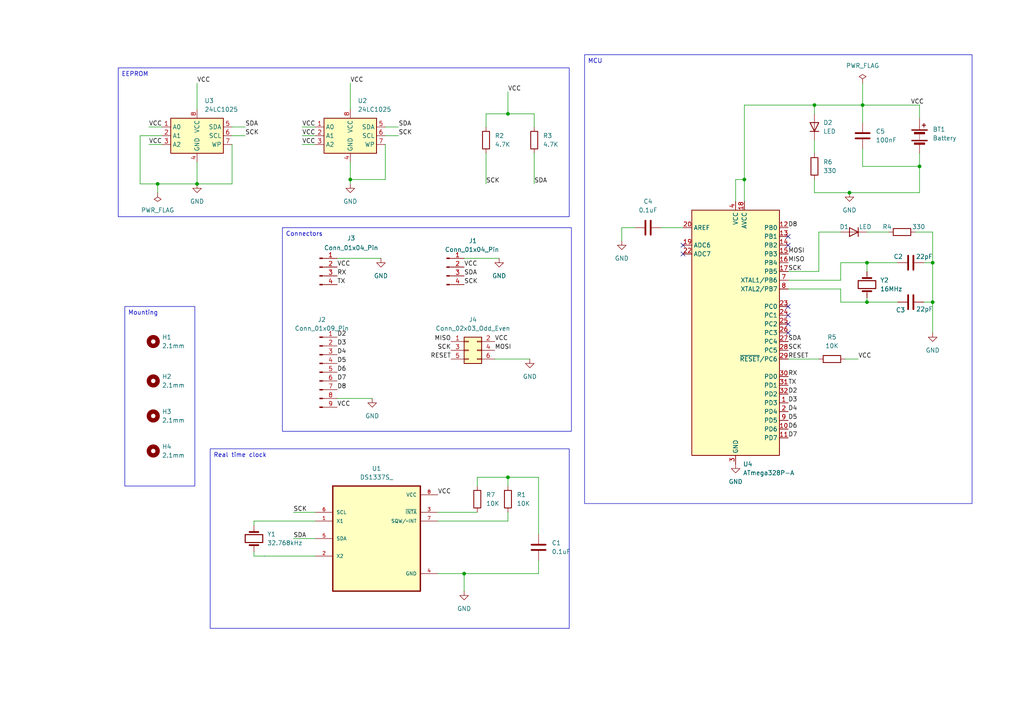
<source format=kicad_sch>
(kicad_sch
	(version 20250114)
	(generator "eeschema")
	(generator_version "9.0")
	(uuid "1bfc6206-1bf7-46b0-a3bc-4d33875e4e20")
	(paper "A4")
	(title_block
		(title "MCU_Datalogger")
		(date "07/04/2025")
		(rev "Version 1")
		(company "Gab-TheDev")
		(comment 1 "This project is based on kicad like a pro datalogger project")
	)
	(lib_symbols
		(symbol "Connector:Conn_01x04_Pin"
			(pin_names
				(offset 1.016)
				(hide yes)
			)
			(exclude_from_sim no)
			(in_bom yes)
			(on_board yes)
			(property "Reference" "J"
				(at 0 5.08 0)
				(effects
					(font
						(size 1.27 1.27)
					)
				)
			)
			(property "Value" "Conn_01x04_Pin"
				(at 0 -7.62 0)
				(effects
					(font
						(size 1.27 1.27)
					)
				)
			)
			(property "Footprint" ""
				(at 0 0 0)
				(effects
					(font
						(size 1.27 1.27)
					)
					(hide yes)
				)
			)
			(property "Datasheet" "~"
				(at 0 0 0)
				(effects
					(font
						(size 1.27 1.27)
					)
					(hide yes)
				)
			)
			(property "Description" "Generic connector, single row, 01x04, script generated"
				(at 0 0 0)
				(effects
					(font
						(size 1.27 1.27)
					)
					(hide yes)
				)
			)
			(property "ki_locked" ""
				(at 0 0 0)
				(effects
					(font
						(size 1.27 1.27)
					)
				)
			)
			(property "ki_keywords" "connector"
				(at 0 0 0)
				(effects
					(font
						(size 1.27 1.27)
					)
					(hide yes)
				)
			)
			(property "ki_fp_filters" "Connector*:*_1x??_*"
				(at 0 0 0)
				(effects
					(font
						(size 1.27 1.27)
					)
					(hide yes)
				)
			)
			(symbol "Conn_01x04_Pin_1_1"
				(rectangle
					(start 0.8636 2.667)
					(end 0 2.413)
					(stroke
						(width 0.1524)
						(type default)
					)
					(fill
						(type outline)
					)
				)
				(rectangle
					(start 0.8636 0.127)
					(end 0 -0.127)
					(stroke
						(width 0.1524)
						(type default)
					)
					(fill
						(type outline)
					)
				)
				(rectangle
					(start 0.8636 -2.413)
					(end 0 -2.667)
					(stroke
						(width 0.1524)
						(type default)
					)
					(fill
						(type outline)
					)
				)
				(rectangle
					(start 0.8636 -4.953)
					(end 0 -5.207)
					(stroke
						(width 0.1524)
						(type default)
					)
					(fill
						(type outline)
					)
				)
				(polyline
					(pts
						(xy 1.27 2.54) (xy 0.8636 2.54)
					)
					(stroke
						(width 0.1524)
						(type default)
					)
					(fill
						(type none)
					)
				)
				(polyline
					(pts
						(xy 1.27 0) (xy 0.8636 0)
					)
					(stroke
						(width 0.1524)
						(type default)
					)
					(fill
						(type none)
					)
				)
				(polyline
					(pts
						(xy 1.27 -2.54) (xy 0.8636 -2.54)
					)
					(stroke
						(width 0.1524)
						(type default)
					)
					(fill
						(type none)
					)
				)
				(polyline
					(pts
						(xy 1.27 -5.08) (xy 0.8636 -5.08)
					)
					(stroke
						(width 0.1524)
						(type default)
					)
					(fill
						(type none)
					)
				)
				(pin passive line
					(at 5.08 2.54 180)
					(length 3.81)
					(name "Pin_1"
						(effects
							(font
								(size 1.27 1.27)
							)
						)
					)
					(number "1"
						(effects
							(font
								(size 1.27 1.27)
							)
						)
					)
				)
				(pin passive line
					(at 5.08 0 180)
					(length 3.81)
					(name "Pin_2"
						(effects
							(font
								(size 1.27 1.27)
							)
						)
					)
					(number "2"
						(effects
							(font
								(size 1.27 1.27)
							)
						)
					)
				)
				(pin passive line
					(at 5.08 -2.54 180)
					(length 3.81)
					(name "Pin_3"
						(effects
							(font
								(size 1.27 1.27)
							)
						)
					)
					(number "3"
						(effects
							(font
								(size 1.27 1.27)
							)
						)
					)
				)
				(pin passive line
					(at 5.08 -5.08 180)
					(length 3.81)
					(name "Pin_4"
						(effects
							(font
								(size 1.27 1.27)
							)
						)
					)
					(number "4"
						(effects
							(font
								(size 1.27 1.27)
							)
						)
					)
				)
			)
			(embedded_fonts no)
		)
		(symbol "Connector:Conn_01x09_Pin"
			(pin_names
				(offset 1.016)
				(hide yes)
			)
			(exclude_from_sim no)
			(in_bom yes)
			(on_board yes)
			(property "Reference" "J"
				(at 0 12.7 0)
				(effects
					(font
						(size 1.27 1.27)
					)
				)
			)
			(property "Value" "Conn_01x09_Pin"
				(at 0 -12.7 0)
				(effects
					(font
						(size 1.27 1.27)
					)
				)
			)
			(property "Footprint" ""
				(at 0 0 0)
				(effects
					(font
						(size 1.27 1.27)
					)
					(hide yes)
				)
			)
			(property "Datasheet" "~"
				(at 0 0 0)
				(effects
					(font
						(size 1.27 1.27)
					)
					(hide yes)
				)
			)
			(property "Description" "Generic connector, single row, 01x09, script generated"
				(at 0 0 0)
				(effects
					(font
						(size 1.27 1.27)
					)
					(hide yes)
				)
			)
			(property "ki_locked" ""
				(at 0 0 0)
				(effects
					(font
						(size 1.27 1.27)
					)
				)
			)
			(property "ki_keywords" "connector"
				(at 0 0 0)
				(effects
					(font
						(size 1.27 1.27)
					)
					(hide yes)
				)
			)
			(property "ki_fp_filters" "Connector*:*_1x??_*"
				(at 0 0 0)
				(effects
					(font
						(size 1.27 1.27)
					)
					(hide yes)
				)
			)
			(symbol "Conn_01x09_Pin_1_1"
				(rectangle
					(start 0.8636 10.287)
					(end 0 10.033)
					(stroke
						(width 0.1524)
						(type default)
					)
					(fill
						(type outline)
					)
				)
				(rectangle
					(start 0.8636 7.747)
					(end 0 7.493)
					(stroke
						(width 0.1524)
						(type default)
					)
					(fill
						(type outline)
					)
				)
				(rectangle
					(start 0.8636 5.207)
					(end 0 4.953)
					(stroke
						(width 0.1524)
						(type default)
					)
					(fill
						(type outline)
					)
				)
				(rectangle
					(start 0.8636 2.667)
					(end 0 2.413)
					(stroke
						(width 0.1524)
						(type default)
					)
					(fill
						(type outline)
					)
				)
				(rectangle
					(start 0.8636 0.127)
					(end 0 -0.127)
					(stroke
						(width 0.1524)
						(type default)
					)
					(fill
						(type outline)
					)
				)
				(rectangle
					(start 0.8636 -2.413)
					(end 0 -2.667)
					(stroke
						(width 0.1524)
						(type default)
					)
					(fill
						(type outline)
					)
				)
				(rectangle
					(start 0.8636 -4.953)
					(end 0 -5.207)
					(stroke
						(width 0.1524)
						(type default)
					)
					(fill
						(type outline)
					)
				)
				(rectangle
					(start 0.8636 -7.493)
					(end 0 -7.747)
					(stroke
						(width 0.1524)
						(type default)
					)
					(fill
						(type outline)
					)
				)
				(rectangle
					(start 0.8636 -10.033)
					(end 0 -10.287)
					(stroke
						(width 0.1524)
						(type default)
					)
					(fill
						(type outline)
					)
				)
				(polyline
					(pts
						(xy 1.27 10.16) (xy 0.8636 10.16)
					)
					(stroke
						(width 0.1524)
						(type default)
					)
					(fill
						(type none)
					)
				)
				(polyline
					(pts
						(xy 1.27 7.62) (xy 0.8636 7.62)
					)
					(stroke
						(width 0.1524)
						(type default)
					)
					(fill
						(type none)
					)
				)
				(polyline
					(pts
						(xy 1.27 5.08) (xy 0.8636 5.08)
					)
					(stroke
						(width 0.1524)
						(type default)
					)
					(fill
						(type none)
					)
				)
				(polyline
					(pts
						(xy 1.27 2.54) (xy 0.8636 2.54)
					)
					(stroke
						(width 0.1524)
						(type default)
					)
					(fill
						(type none)
					)
				)
				(polyline
					(pts
						(xy 1.27 0) (xy 0.8636 0)
					)
					(stroke
						(width 0.1524)
						(type default)
					)
					(fill
						(type none)
					)
				)
				(polyline
					(pts
						(xy 1.27 -2.54) (xy 0.8636 -2.54)
					)
					(stroke
						(width 0.1524)
						(type default)
					)
					(fill
						(type none)
					)
				)
				(polyline
					(pts
						(xy 1.27 -5.08) (xy 0.8636 -5.08)
					)
					(stroke
						(width 0.1524)
						(type default)
					)
					(fill
						(type none)
					)
				)
				(polyline
					(pts
						(xy 1.27 -7.62) (xy 0.8636 -7.62)
					)
					(stroke
						(width 0.1524)
						(type default)
					)
					(fill
						(type none)
					)
				)
				(polyline
					(pts
						(xy 1.27 -10.16) (xy 0.8636 -10.16)
					)
					(stroke
						(width 0.1524)
						(type default)
					)
					(fill
						(type none)
					)
				)
				(pin passive line
					(at 5.08 10.16 180)
					(length 3.81)
					(name "Pin_1"
						(effects
							(font
								(size 1.27 1.27)
							)
						)
					)
					(number "1"
						(effects
							(font
								(size 1.27 1.27)
							)
						)
					)
				)
				(pin passive line
					(at 5.08 7.62 180)
					(length 3.81)
					(name "Pin_2"
						(effects
							(font
								(size 1.27 1.27)
							)
						)
					)
					(number "2"
						(effects
							(font
								(size 1.27 1.27)
							)
						)
					)
				)
				(pin passive line
					(at 5.08 5.08 180)
					(length 3.81)
					(name "Pin_3"
						(effects
							(font
								(size 1.27 1.27)
							)
						)
					)
					(number "3"
						(effects
							(font
								(size 1.27 1.27)
							)
						)
					)
				)
				(pin passive line
					(at 5.08 2.54 180)
					(length 3.81)
					(name "Pin_4"
						(effects
							(font
								(size 1.27 1.27)
							)
						)
					)
					(number "4"
						(effects
							(font
								(size 1.27 1.27)
							)
						)
					)
				)
				(pin passive line
					(at 5.08 0 180)
					(length 3.81)
					(name "Pin_5"
						(effects
							(font
								(size 1.27 1.27)
							)
						)
					)
					(number "5"
						(effects
							(font
								(size 1.27 1.27)
							)
						)
					)
				)
				(pin passive line
					(at 5.08 -2.54 180)
					(length 3.81)
					(name "Pin_6"
						(effects
							(font
								(size 1.27 1.27)
							)
						)
					)
					(number "6"
						(effects
							(font
								(size 1.27 1.27)
							)
						)
					)
				)
				(pin passive line
					(at 5.08 -5.08 180)
					(length 3.81)
					(name "Pin_7"
						(effects
							(font
								(size 1.27 1.27)
							)
						)
					)
					(number "7"
						(effects
							(font
								(size 1.27 1.27)
							)
						)
					)
				)
				(pin passive line
					(at 5.08 -7.62 180)
					(length 3.81)
					(name "Pin_8"
						(effects
							(font
								(size 1.27 1.27)
							)
						)
					)
					(number "8"
						(effects
							(font
								(size 1.27 1.27)
							)
						)
					)
				)
				(pin passive line
					(at 5.08 -10.16 180)
					(length 3.81)
					(name "Pin_9"
						(effects
							(font
								(size 1.27 1.27)
							)
						)
					)
					(number "9"
						(effects
							(font
								(size 1.27 1.27)
							)
						)
					)
				)
			)
			(embedded_fonts no)
		)
		(symbol "Connector_Generic:Conn_02x03_Odd_Even"
			(pin_names
				(offset 1.016)
				(hide yes)
			)
			(exclude_from_sim no)
			(in_bom yes)
			(on_board yes)
			(property "Reference" "J"
				(at 1.27 5.08 0)
				(effects
					(font
						(size 1.27 1.27)
					)
				)
			)
			(property "Value" "Conn_02x03_Odd_Even"
				(at 1.27 -5.08 0)
				(effects
					(font
						(size 1.27 1.27)
					)
				)
			)
			(property "Footprint" ""
				(at 0 0 0)
				(effects
					(font
						(size 1.27 1.27)
					)
					(hide yes)
				)
			)
			(property "Datasheet" "~"
				(at 0 0 0)
				(effects
					(font
						(size 1.27 1.27)
					)
					(hide yes)
				)
			)
			(property "Description" "Generic connector, double row, 02x03, odd/even pin numbering scheme (row 1 odd numbers, row 2 even numbers), script generated (kicad-library-utils/schlib/autogen/connector/)"
				(at 0 0 0)
				(effects
					(font
						(size 1.27 1.27)
					)
					(hide yes)
				)
			)
			(property "ki_keywords" "connector"
				(at 0 0 0)
				(effects
					(font
						(size 1.27 1.27)
					)
					(hide yes)
				)
			)
			(property "ki_fp_filters" "Connector*:*_2x??_*"
				(at 0 0 0)
				(effects
					(font
						(size 1.27 1.27)
					)
					(hide yes)
				)
			)
			(symbol "Conn_02x03_Odd_Even_1_1"
				(rectangle
					(start -1.27 3.81)
					(end 3.81 -3.81)
					(stroke
						(width 0.254)
						(type default)
					)
					(fill
						(type background)
					)
				)
				(rectangle
					(start -1.27 2.667)
					(end 0 2.413)
					(stroke
						(width 0.1524)
						(type default)
					)
					(fill
						(type none)
					)
				)
				(rectangle
					(start -1.27 0.127)
					(end 0 -0.127)
					(stroke
						(width 0.1524)
						(type default)
					)
					(fill
						(type none)
					)
				)
				(rectangle
					(start -1.27 -2.413)
					(end 0 -2.667)
					(stroke
						(width 0.1524)
						(type default)
					)
					(fill
						(type none)
					)
				)
				(rectangle
					(start 3.81 2.667)
					(end 2.54 2.413)
					(stroke
						(width 0.1524)
						(type default)
					)
					(fill
						(type none)
					)
				)
				(rectangle
					(start 3.81 0.127)
					(end 2.54 -0.127)
					(stroke
						(width 0.1524)
						(type default)
					)
					(fill
						(type none)
					)
				)
				(rectangle
					(start 3.81 -2.413)
					(end 2.54 -2.667)
					(stroke
						(width 0.1524)
						(type default)
					)
					(fill
						(type none)
					)
				)
				(pin passive line
					(at -5.08 2.54 0)
					(length 3.81)
					(name "Pin_1"
						(effects
							(font
								(size 1.27 1.27)
							)
						)
					)
					(number "1"
						(effects
							(font
								(size 1.27 1.27)
							)
						)
					)
				)
				(pin passive line
					(at -5.08 0 0)
					(length 3.81)
					(name "Pin_3"
						(effects
							(font
								(size 1.27 1.27)
							)
						)
					)
					(number "3"
						(effects
							(font
								(size 1.27 1.27)
							)
						)
					)
				)
				(pin passive line
					(at -5.08 -2.54 0)
					(length 3.81)
					(name "Pin_5"
						(effects
							(font
								(size 1.27 1.27)
							)
						)
					)
					(number "5"
						(effects
							(font
								(size 1.27 1.27)
							)
						)
					)
				)
				(pin passive line
					(at 7.62 2.54 180)
					(length 3.81)
					(name "Pin_2"
						(effects
							(font
								(size 1.27 1.27)
							)
						)
					)
					(number "2"
						(effects
							(font
								(size 1.27 1.27)
							)
						)
					)
				)
				(pin passive line
					(at 7.62 0 180)
					(length 3.81)
					(name "Pin_4"
						(effects
							(font
								(size 1.27 1.27)
							)
						)
					)
					(number "4"
						(effects
							(font
								(size 1.27 1.27)
							)
						)
					)
				)
				(pin passive line
					(at 7.62 -2.54 180)
					(length 3.81)
					(name "Pin_6"
						(effects
							(font
								(size 1.27 1.27)
							)
						)
					)
					(number "6"
						(effects
							(font
								(size 1.27 1.27)
							)
						)
					)
				)
			)
			(embedded_fonts no)
		)
		(symbol "DS1337S_:DS1337S_"
			(pin_names
				(offset 1.016)
			)
			(exclude_from_sim no)
			(in_bom yes)
			(on_board yes)
			(property "Reference" "U"
				(at -12.7 16.24 0)
				(effects
					(font
						(size 1.27 1.27)
					)
					(justify left bottom)
				)
			)
			(property "Value" "DS1337S_"
				(at -12.7 -19.24 0)
				(effects
					(font
						(size 1.27 1.27)
					)
					(justify left bottom)
				)
			)
			(property "Footprint" "DS1337S_:SOIC127P600X175-8N"
				(at 0 0 0)
				(effects
					(font
						(size 1.27 1.27)
					)
					(justify bottom)
					(hide yes)
				)
			)
			(property "Datasheet" ""
				(at 0 0 0)
				(effects
					(font
						(size 1.27 1.27)
					)
					(hide yes)
				)
			)
			(property "Description" ""
				(at 0 0 0)
				(effects
					(font
						(size 1.27 1.27)
					)
					(hide yes)
				)
			)
			(property "MF" "Analog Devices"
				(at 0 0 0)
				(effects
					(font
						(size 1.27 1.27)
					)
					(justify bottom)
					(hide yes)
				)
			)
			(property "Description_1" "I²C Serial Real-Time Clock"
				(at 0 0 0)
				(effects
					(font
						(size 1.27 1.27)
					)
					(justify bottom)
					(hide yes)
				)
			)
			(property "Package" "SOIC-8 Maxim"
				(at 0 0 0)
				(effects
					(font
						(size 1.27 1.27)
					)
					(justify bottom)
					(hide yes)
				)
			)
			(property "Price" "None"
				(at 0 0 0)
				(effects
					(font
						(size 1.27 1.27)
					)
					(justify bottom)
					(hide yes)
				)
			)
			(property "SnapEDA_Link" "https://www.snapeda.com/parts/DS1337S+/Analog+Devices/view-part/?ref=snap"
				(at 0 0 0)
				(effects
					(font
						(size 1.27 1.27)
					)
					(justify bottom)
					(hide yes)
				)
			)
			(property "MP" "DS1337S+"
				(at 0 0 0)
				(effects
					(font
						(size 1.27 1.27)
					)
					(justify bottom)
					(hide yes)
				)
			)
			(property "Availability" "In Stock"
				(at 0 0 0)
				(effects
					(font
						(size 1.27 1.27)
					)
					(justify bottom)
					(hide yes)
				)
			)
			(property "Check_prices" "https://www.snapeda.com/parts/DS1337S+/Analog+Devices/view-part/?ref=eda"
				(at 0 0 0)
				(effects
					(font
						(size 1.27 1.27)
					)
					(justify bottom)
					(hide yes)
				)
			)
			(symbol "DS1337S__0_0"
				(rectangle
					(start -12.7 -15.24)
					(end 12.7 15.24)
					(stroke
						(width 0.41)
						(type default)
					)
					(fill
						(type background)
					)
				)
				(pin input line
					(at -17.78 7.62 0)
					(length 5.08)
					(name "SCL"
						(effects
							(font
								(size 1.016 1.016)
							)
						)
					)
					(number "6"
						(effects
							(font
								(size 1.016 1.016)
							)
						)
					)
				)
				(pin input line
					(at -17.78 5.08 0)
					(length 5.08)
					(name "X1"
						(effects
							(font
								(size 1.016 1.016)
							)
						)
					)
					(number "1"
						(effects
							(font
								(size 1.016 1.016)
							)
						)
					)
				)
				(pin bidirectional line
					(at -17.78 0 0)
					(length 5.08)
					(name "SDA"
						(effects
							(font
								(size 1.016 1.016)
							)
						)
					)
					(number "5"
						(effects
							(font
								(size 1.016 1.016)
							)
						)
					)
				)
				(pin bidirectional line
					(at -17.78 -5.08 0)
					(length 5.08)
					(name "X2"
						(effects
							(font
								(size 1.016 1.016)
							)
						)
					)
					(number "2"
						(effects
							(font
								(size 1.016 1.016)
							)
						)
					)
				)
				(pin power_in line
					(at 17.78 12.7 180)
					(length 5.08)
					(name "VCC"
						(effects
							(font
								(size 1.016 1.016)
							)
						)
					)
					(number "8"
						(effects
							(font
								(size 1.016 1.016)
							)
						)
					)
				)
				(pin output line
					(at 17.78 7.62 180)
					(length 5.08)
					(name "~{INTA}"
						(effects
							(font
								(size 1.016 1.016)
							)
						)
					)
					(number "3"
						(effects
							(font
								(size 1.016 1.016)
							)
						)
					)
				)
				(pin output line
					(at 17.78 5.08 180)
					(length 5.08)
					(name "SQW/~INT"
						(effects
							(font
								(size 1.016 1.016)
							)
						)
					)
					(number "7"
						(effects
							(font
								(size 1.016 1.016)
							)
						)
					)
				)
				(pin power_in line
					(at 17.78 -10.16 180)
					(length 5.08)
					(name "GND"
						(effects
							(font
								(size 1.016 1.016)
							)
						)
					)
					(number "4"
						(effects
							(font
								(size 1.016 1.016)
							)
						)
					)
				)
			)
			(embedded_fonts no)
		)
		(symbol "Device:Battery"
			(pin_numbers
				(hide yes)
			)
			(pin_names
				(offset 0)
				(hide yes)
			)
			(exclude_from_sim no)
			(in_bom yes)
			(on_board yes)
			(property "Reference" "BT"
				(at 2.54 2.54 0)
				(effects
					(font
						(size 1.27 1.27)
					)
					(justify left)
				)
			)
			(property "Value" "Battery"
				(at 2.54 0 0)
				(effects
					(font
						(size 1.27 1.27)
					)
					(justify left)
				)
			)
			(property "Footprint" ""
				(at 0 1.524 90)
				(effects
					(font
						(size 1.27 1.27)
					)
					(hide yes)
				)
			)
			(property "Datasheet" "~"
				(at 0 1.524 90)
				(effects
					(font
						(size 1.27 1.27)
					)
					(hide yes)
				)
			)
			(property "Description" "Multiple-cell battery"
				(at 0 0 0)
				(effects
					(font
						(size 1.27 1.27)
					)
					(hide yes)
				)
			)
			(property "ki_keywords" "batt voltage-source cell"
				(at 0 0 0)
				(effects
					(font
						(size 1.27 1.27)
					)
					(hide yes)
				)
			)
			(symbol "Battery_0_1"
				(rectangle
					(start -2.286 1.778)
					(end 2.286 1.524)
					(stroke
						(width 0)
						(type default)
					)
					(fill
						(type outline)
					)
				)
				(rectangle
					(start -2.286 -1.27)
					(end 2.286 -1.524)
					(stroke
						(width 0)
						(type default)
					)
					(fill
						(type outline)
					)
				)
				(rectangle
					(start -1.524 1.016)
					(end 1.524 0.508)
					(stroke
						(width 0)
						(type default)
					)
					(fill
						(type outline)
					)
				)
				(rectangle
					(start -1.524 -2.032)
					(end 1.524 -2.54)
					(stroke
						(width 0)
						(type default)
					)
					(fill
						(type outline)
					)
				)
				(polyline
					(pts
						(xy 0 1.778) (xy 0 2.54)
					)
					(stroke
						(width 0)
						(type default)
					)
					(fill
						(type none)
					)
				)
				(polyline
					(pts
						(xy 0 0) (xy 0 0.254)
					)
					(stroke
						(width 0)
						(type default)
					)
					(fill
						(type none)
					)
				)
				(polyline
					(pts
						(xy 0 -0.508) (xy 0 -0.254)
					)
					(stroke
						(width 0)
						(type default)
					)
					(fill
						(type none)
					)
				)
				(polyline
					(pts
						(xy 0 -1.016) (xy 0 -0.762)
					)
					(stroke
						(width 0)
						(type default)
					)
					(fill
						(type none)
					)
				)
				(polyline
					(pts
						(xy 0.762 3.048) (xy 1.778 3.048)
					)
					(stroke
						(width 0.254)
						(type default)
					)
					(fill
						(type none)
					)
				)
				(polyline
					(pts
						(xy 1.27 3.556) (xy 1.27 2.54)
					)
					(stroke
						(width 0.254)
						(type default)
					)
					(fill
						(type none)
					)
				)
			)
			(symbol "Battery_1_1"
				(pin passive line
					(at 0 5.08 270)
					(length 2.54)
					(name "+"
						(effects
							(font
								(size 1.27 1.27)
							)
						)
					)
					(number "1"
						(effects
							(font
								(size 1.27 1.27)
							)
						)
					)
				)
				(pin passive line
					(at 0 -5.08 90)
					(length 2.54)
					(name "-"
						(effects
							(font
								(size 1.27 1.27)
							)
						)
					)
					(number "2"
						(effects
							(font
								(size 1.27 1.27)
							)
						)
					)
				)
			)
			(embedded_fonts no)
		)
		(symbol "Device:C"
			(pin_numbers
				(hide yes)
			)
			(pin_names
				(offset 0.254)
			)
			(exclude_from_sim no)
			(in_bom yes)
			(on_board yes)
			(property "Reference" "C"
				(at 0.635 2.54 0)
				(effects
					(font
						(size 1.27 1.27)
					)
					(justify left)
				)
			)
			(property "Value" "C"
				(at 0.635 -2.54 0)
				(effects
					(font
						(size 1.27 1.27)
					)
					(justify left)
				)
			)
			(property "Footprint" ""
				(at 0.9652 -3.81 0)
				(effects
					(font
						(size 1.27 1.27)
					)
					(hide yes)
				)
			)
			(property "Datasheet" "~"
				(at 0 0 0)
				(effects
					(font
						(size 1.27 1.27)
					)
					(hide yes)
				)
			)
			(property "Description" "Unpolarized capacitor"
				(at 0 0 0)
				(effects
					(font
						(size 1.27 1.27)
					)
					(hide yes)
				)
			)
			(property "ki_keywords" "cap capacitor"
				(at 0 0 0)
				(effects
					(font
						(size 1.27 1.27)
					)
					(hide yes)
				)
			)
			(property "ki_fp_filters" "C_*"
				(at 0 0 0)
				(effects
					(font
						(size 1.27 1.27)
					)
					(hide yes)
				)
			)
			(symbol "C_0_1"
				(polyline
					(pts
						(xy -2.032 0.762) (xy 2.032 0.762)
					)
					(stroke
						(width 0.508)
						(type default)
					)
					(fill
						(type none)
					)
				)
				(polyline
					(pts
						(xy -2.032 -0.762) (xy 2.032 -0.762)
					)
					(stroke
						(width 0.508)
						(type default)
					)
					(fill
						(type none)
					)
				)
			)
			(symbol "C_1_1"
				(pin passive line
					(at 0 3.81 270)
					(length 2.794)
					(name "~"
						(effects
							(font
								(size 1.27 1.27)
							)
						)
					)
					(number "1"
						(effects
							(font
								(size 1.27 1.27)
							)
						)
					)
				)
				(pin passive line
					(at 0 -3.81 90)
					(length 2.794)
					(name "~"
						(effects
							(font
								(size 1.27 1.27)
							)
						)
					)
					(number "2"
						(effects
							(font
								(size 1.27 1.27)
							)
						)
					)
				)
			)
			(embedded_fonts no)
		)
		(symbol "Device:Crystal"
			(pin_numbers
				(hide yes)
			)
			(pin_names
				(offset 1.016)
				(hide yes)
			)
			(exclude_from_sim no)
			(in_bom yes)
			(on_board yes)
			(property "Reference" "Y"
				(at 0 3.81 0)
				(effects
					(font
						(size 1.27 1.27)
					)
				)
			)
			(property "Value" "Crystal"
				(at 0 -3.81 0)
				(effects
					(font
						(size 1.27 1.27)
					)
				)
			)
			(property "Footprint" ""
				(at 0 0 0)
				(effects
					(font
						(size 1.27 1.27)
					)
					(hide yes)
				)
			)
			(property "Datasheet" "~"
				(at 0 0 0)
				(effects
					(font
						(size 1.27 1.27)
					)
					(hide yes)
				)
			)
			(property "Description" "Two pin crystal"
				(at 0 0 0)
				(effects
					(font
						(size 1.27 1.27)
					)
					(hide yes)
				)
			)
			(property "ki_keywords" "quartz ceramic resonator oscillator"
				(at 0 0 0)
				(effects
					(font
						(size 1.27 1.27)
					)
					(hide yes)
				)
			)
			(property "ki_fp_filters" "Crystal*"
				(at 0 0 0)
				(effects
					(font
						(size 1.27 1.27)
					)
					(hide yes)
				)
			)
			(symbol "Crystal_0_1"
				(polyline
					(pts
						(xy -2.54 0) (xy -1.905 0)
					)
					(stroke
						(width 0)
						(type default)
					)
					(fill
						(type none)
					)
				)
				(polyline
					(pts
						(xy -1.905 -1.27) (xy -1.905 1.27)
					)
					(stroke
						(width 0.508)
						(type default)
					)
					(fill
						(type none)
					)
				)
				(rectangle
					(start -1.143 2.54)
					(end 1.143 -2.54)
					(stroke
						(width 0.3048)
						(type default)
					)
					(fill
						(type none)
					)
				)
				(polyline
					(pts
						(xy 1.905 -1.27) (xy 1.905 1.27)
					)
					(stroke
						(width 0.508)
						(type default)
					)
					(fill
						(type none)
					)
				)
				(polyline
					(pts
						(xy 2.54 0) (xy 1.905 0)
					)
					(stroke
						(width 0)
						(type default)
					)
					(fill
						(type none)
					)
				)
			)
			(symbol "Crystal_1_1"
				(pin passive line
					(at -3.81 0 0)
					(length 1.27)
					(name "1"
						(effects
							(font
								(size 1.27 1.27)
							)
						)
					)
					(number "1"
						(effects
							(font
								(size 1.27 1.27)
							)
						)
					)
				)
				(pin passive line
					(at 3.81 0 180)
					(length 1.27)
					(name "2"
						(effects
							(font
								(size 1.27 1.27)
							)
						)
					)
					(number "2"
						(effects
							(font
								(size 1.27 1.27)
							)
						)
					)
				)
			)
			(embedded_fonts no)
		)
		(symbol "Device:D"
			(pin_numbers
				(hide yes)
			)
			(pin_names
				(offset 1.016)
				(hide yes)
			)
			(exclude_from_sim no)
			(in_bom yes)
			(on_board yes)
			(property "Reference" "D"
				(at 0 2.54 0)
				(effects
					(font
						(size 1.27 1.27)
					)
				)
			)
			(property "Value" "D"
				(at 0 -2.54 0)
				(effects
					(font
						(size 1.27 1.27)
					)
				)
			)
			(property "Footprint" ""
				(at 0 0 0)
				(effects
					(font
						(size 1.27 1.27)
					)
					(hide yes)
				)
			)
			(property "Datasheet" "~"
				(at 0 0 0)
				(effects
					(font
						(size 1.27 1.27)
					)
					(hide yes)
				)
			)
			(property "Description" "Diode"
				(at 0 0 0)
				(effects
					(font
						(size 1.27 1.27)
					)
					(hide yes)
				)
			)
			(property "Sim.Device" "D"
				(at 0 0 0)
				(effects
					(font
						(size 1.27 1.27)
					)
					(hide yes)
				)
			)
			(property "Sim.Pins" "1=K 2=A"
				(at 0 0 0)
				(effects
					(font
						(size 1.27 1.27)
					)
					(hide yes)
				)
			)
			(property "ki_keywords" "diode"
				(at 0 0 0)
				(effects
					(font
						(size 1.27 1.27)
					)
					(hide yes)
				)
			)
			(property "ki_fp_filters" "TO-???* *_Diode_* *SingleDiode* D_*"
				(at 0 0 0)
				(effects
					(font
						(size 1.27 1.27)
					)
					(hide yes)
				)
			)
			(symbol "D_0_1"
				(polyline
					(pts
						(xy -1.27 1.27) (xy -1.27 -1.27)
					)
					(stroke
						(width 0.254)
						(type default)
					)
					(fill
						(type none)
					)
				)
				(polyline
					(pts
						(xy 1.27 1.27) (xy 1.27 -1.27) (xy -1.27 0) (xy 1.27 1.27)
					)
					(stroke
						(width 0.254)
						(type default)
					)
					(fill
						(type none)
					)
				)
				(polyline
					(pts
						(xy 1.27 0) (xy -1.27 0)
					)
					(stroke
						(width 0)
						(type default)
					)
					(fill
						(type none)
					)
				)
			)
			(symbol "D_1_1"
				(pin passive line
					(at -3.81 0 0)
					(length 2.54)
					(name "K"
						(effects
							(font
								(size 1.27 1.27)
							)
						)
					)
					(number "1"
						(effects
							(font
								(size 1.27 1.27)
							)
						)
					)
				)
				(pin passive line
					(at 3.81 0 180)
					(length 2.54)
					(name "A"
						(effects
							(font
								(size 1.27 1.27)
							)
						)
					)
					(number "2"
						(effects
							(font
								(size 1.27 1.27)
							)
						)
					)
				)
			)
			(embedded_fonts no)
		)
		(symbol "Device:R"
			(pin_numbers
				(hide yes)
			)
			(pin_names
				(offset 0)
			)
			(exclude_from_sim no)
			(in_bom yes)
			(on_board yes)
			(property "Reference" "R"
				(at 2.032 0 90)
				(effects
					(font
						(size 1.27 1.27)
					)
				)
			)
			(property "Value" "R"
				(at 0 0 90)
				(effects
					(font
						(size 1.27 1.27)
					)
				)
			)
			(property "Footprint" ""
				(at -1.778 0 90)
				(effects
					(font
						(size 1.27 1.27)
					)
					(hide yes)
				)
			)
			(property "Datasheet" "~"
				(at 0 0 0)
				(effects
					(font
						(size 1.27 1.27)
					)
					(hide yes)
				)
			)
			(property "Description" "Resistor"
				(at 0 0 0)
				(effects
					(font
						(size 1.27 1.27)
					)
					(hide yes)
				)
			)
			(property "ki_keywords" "R res resistor"
				(at 0 0 0)
				(effects
					(font
						(size 1.27 1.27)
					)
					(hide yes)
				)
			)
			(property "ki_fp_filters" "R_*"
				(at 0 0 0)
				(effects
					(font
						(size 1.27 1.27)
					)
					(hide yes)
				)
			)
			(symbol "R_0_1"
				(rectangle
					(start -1.016 -2.54)
					(end 1.016 2.54)
					(stroke
						(width 0.254)
						(type default)
					)
					(fill
						(type none)
					)
				)
			)
			(symbol "R_1_1"
				(pin passive line
					(at 0 3.81 270)
					(length 1.27)
					(name "~"
						(effects
							(font
								(size 1.27 1.27)
							)
						)
					)
					(number "1"
						(effects
							(font
								(size 1.27 1.27)
							)
						)
					)
				)
				(pin passive line
					(at 0 -3.81 90)
					(length 1.27)
					(name "~"
						(effects
							(font
								(size 1.27 1.27)
							)
						)
					)
					(number "2"
						(effects
							(font
								(size 1.27 1.27)
							)
						)
					)
				)
			)
			(embedded_fonts no)
		)
		(symbol "MCU_Microchip_ATmega:ATmega328P-A"
			(exclude_from_sim no)
			(in_bom yes)
			(on_board yes)
			(property "Reference" "U"
				(at -12.7 36.83 0)
				(effects
					(font
						(size 1.27 1.27)
					)
					(justify left bottom)
				)
			)
			(property "Value" "ATmega328P-A"
				(at 2.54 -36.83 0)
				(effects
					(font
						(size 1.27 1.27)
					)
					(justify left top)
				)
			)
			(property "Footprint" "Package_QFP:TQFP-32_7x7mm_P0.8mm"
				(at 0 0 0)
				(effects
					(font
						(size 1.27 1.27)
						(italic yes)
					)
					(hide yes)
				)
			)
			(property "Datasheet" "http://ww1.microchip.com/downloads/en/DeviceDoc/ATmega328_P%20AVR%20MCU%20with%20picoPower%20Technology%20Data%20Sheet%2040001984A.pdf"
				(at 0 0 0)
				(effects
					(font
						(size 1.27 1.27)
					)
					(hide yes)
				)
			)
			(property "Description" "20MHz, 32kB Flash, 2kB SRAM, 1kB EEPROM, TQFP-32"
				(at 0 0 0)
				(effects
					(font
						(size 1.27 1.27)
					)
					(hide yes)
				)
			)
			(property "ki_keywords" "AVR 8bit Microcontroller MegaAVR PicoPower"
				(at 0 0 0)
				(effects
					(font
						(size 1.27 1.27)
					)
					(hide yes)
				)
			)
			(property "ki_fp_filters" "TQFP*7x7mm*P0.8mm*"
				(at 0 0 0)
				(effects
					(font
						(size 1.27 1.27)
					)
					(hide yes)
				)
			)
			(symbol "ATmega328P-A_0_1"
				(rectangle
					(start -12.7 -35.56)
					(end 12.7 35.56)
					(stroke
						(width 0.254)
						(type default)
					)
					(fill
						(type background)
					)
				)
			)
			(symbol "ATmega328P-A_1_1"
				(pin passive line
					(at -15.24 30.48 0)
					(length 2.54)
					(name "AREF"
						(effects
							(font
								(size 1.27 1.27)
							)
						)
					)
					(number "20"
						(effects
							(font
								(size 1.27 1.27)
							)
						)
					)
				)
				(pin input line
					(at -15.24 25.4 0)
					(length 2.54)
					(name "ADC6"
						(effects
							(font
								(size 1.27 1.27)
							)
						)
					)
					(number "19"
						(effects
							(font
								(size 1.27 1.27)
							)
						)
					)
				)
				(pin input line
					(at -15.24 22.86 0)
					(length 2.54)
					(name "ADC7"
						(effects
							(font
								(size 1.27 1.27)
							)
						)
					)
					(number "22"
						(effects
							(font
								(size 1.27 1.27)
							)
						)
					)
				)
				(pin power_in line
					(at 0 38.1 270)
					(length 2.54)
					(name "VCC"
						(effects
							(font
								(size 1.27 1.27)
							)
						)
					)
					(number "4"
						(effects
							(font
								(size 1.27 1.27)
							)
						)
					)
				)
				(pin passive line
					(at 0 38.1 270)
					(length 2.54)
					(hide yes)
					(name "VCC"
						(effects
							(font
								(size 1.27 1.27)
							)
						)
					)
					(number "6"
						(effects
							(font
								(size 1.27 1.27)
							)
						)
					)
				)
				(pin passive line
					(at 0 -38.1 90)
					(length 2.54)
					(hide yes)
					(name "GND"
						(effects
							(font
								(size 1.27 1.27)
							)
						)
					)
					(number "21"
						(effects
							(font
								(size 1.27 1.27)
							)
						)
					)
				)
				(pin power_in line
					(at 0 -38.1 90)
					(length 2.54)
					(name "GND"
						(effects
							(font
								(size 1.27 1.27)
							)
						)
					)
					(number "3"
						(effects
							(font
								(size 1.27 1.27)
							)
						)
					)
				)
				(pin passive line
					(at 0 -38.1 90)
					(length 2.54)
					(hide yes)
					(name "GND"
						(effects
							(font
								(size 1.27 1.27)
							)
						)
					)
					(number "5"
						(effects
							(font
								(size 1.27 1.27)
							)
						)
					)
				)
				(pin power_in line
					(at 2.54 38.1 270)
					(length 2.54)
					(name "AVCC"
						(effects
							(font
								(size 1.27 1.27)
							)
						)
					)
					(number "18"
						(effects
							(font
								(size 1.27 1.27)
							)
						)
					)
				)
				(pin bidirectional line
					(at 15.24 30.48 180)
					(length 2.54)
					(name "PB0"
						(effects
							(font
								(size 1.27 1.27)
							)
						)
					)
					(number "12"
						(effects
							(font
								(size 1.27 1.27)
							)
						)
					)
				)
				(pin bidirectional line
					(at 15.24 27.94 180)
					(length 2.54)
					(name "PB1"
						(effects
							(font
								(size 1.27 1.27)
							)
						)
					)
					(number "13"
						(effects
							(font
								(size 1.27 1.27)
							)
						)
					)
				)
				(pin bidirectional line
					(at 15.24 25.4 180)
					(length 2.54)
					(name "PB2"
						(effects
							(font
								(size 1.27 1.27)
							)
						)
					)
					(number "14"
						(effects
							(font
								(size 1.27 1.27)
							)
						)
					)
				)
				(pin bidirectional line
					(at 15.24 22.86 180)
					(length 2.54)
					(name "PB3"
						(effects
							(font
								(size 1.27 1.27)
							)
						)
					)
					(number "15"
						(effects
							(font
								(size 1.27 1.27)
							)
						)
					)
				)
				(pin bidirectional line
					(at 15.24 20.32 180)
					(length 2.54)
					(name "PB4"
						(effects
							(font
								(size 1.27 1.27)
							)
						)
					)
					(number "16"
						(effects
							(font
								(size 1.27 1.27)
							)
						)
					)
				)
				(pin bidirectional line
					(at 15.24 17.78 180)
					(length 2.54)
					(name "PB5"
						(effects
							(font
								(size 1.27 1.27)
							)
						)
					)
					(number "17"
						(effects
							(font
								(size 1.27 1.27)
							)
						)
					)
				)
				(pin bidirectional line
					(at 15.24 15.24 180)
					(length 2.54)
					(name "XTAL1/PB6"
						(effects
							(font
								(size 1.27 1.27)
							)
						)
					)
					(number "7"
						(effects
							(font
								(size 1.27 1.27)
							)
						)
					)
				)
				(pin bidirectional line
					(at 15.24 12.7 180)
					(length 2.54)
					(name "XTAL2/PB7"
						(effects
							(font
								(size 1.27 1.27)
							)
						)
					)
					(number "8"
						(effects
							(font
								(size 1.27 1.27)
							)
						)
					)
				)
				(pin bidirectional line
					(at 15.24 7.62 180)
					(length 2.54)
					(name "PC0"
						(effects
							(font
								(size 1.27 1.27)
							)
						)
					)
					(number "23"
						(effects
							(font
								(size 1.27 1.27)
							)
						)
					)
				)
				(pin bidirectional line
					(at 15.24 5.08 180)
					(length 2.54)
					(name "PC1"
						(effects
							(font
								(size 1.27 1.27)
							)
						)
					)
					(number "24"
						(effects
							(font
								(size 1.27 1.27)
							)
						)
					)
				)
				(pin bidirectional line
					(at 15.24 2.54 180)
					(length 2.54)
					(name "PC2"
						(effects
							(font
								(size 1.27 1.27)
							)
						)
					)
					(number "25"
						(effects
							(font
								(size 1.27 1.27)
							)
						)
					)
				)
				(pin bidirectional line
					(at 15.24 0 180)
					(length 2.54)
					(name "PC3"
						(effects
							(font
								(size 1.27 1.27)
							)
						)
					)
					(number "26"
						(effects
							(font
								(size 1.27 1.27)
							)
						)
					)
				)
				(pin bidirectional line
					(at 15.24 -2.54 180)
					(length 2.54)
					(name "PC4"
						(effects
							(font
								(size 1.27 1.27)
							)
						)
					)
					(number "27"
						(effects
							(font
								(size 1.27 1.27)
							)
						)
					)
				)
				(pin bidirectional line
					(at 15.24 -5.08 180)
					(length 2.54)
					(name "PC5"
						(effects
							(font
								(size 1.27 1.27)
							)
						)
					)
					(number "28"
						(effects
							(font
								(size 1.27 1.27)
							)
						)
					)
				)
				(pin bidirectional line
					(at 15.24 -7.62 180)
					(length 2.54)
					(name "~{RESET}/PC6"
						(effects
							(font
								(size 1.27 1.27)
							)
						)
					)
					(number "29"
						(effects
							(font
								(size 1.27 1.27)
							)
						)
					)
				)
				(pin bidirectional line
					(at 15.24 -12.7 180)
					(length 2.54)
					(name "PD0"
						(effects
							(font
								(size 1.27 1.27)
							)
						)
					)
					(number "30"
						(effects
							(font
								(size 1.27 1.27)
							)
						)
					)
				)
				(pin bidirectional line
					(at 15.24 -15.24 180)
					(length 2.54)
					(name "PD1"
						(effects
							(font
								(size 1.27 1.27)
							)
						)
					)
					(number "31"
						(effects
							(font
								(size 1.27 1.27)
							)
						)
					)
				)
				(pin bidirectional line
					(at 15.24 -17.78 180)
					(length 2.54)
					(name "PD2"
						(effects
							(font
								(size 1.27 1.27)
							)
						)
					)
					(number "32"
						(effects
							(font
								(size 1.27 1.27)
							)
						)
					)
				)
				(pin bidirectional line
					(at 15.24 -20.32 180)
					(length 2.54)
					(name "PD3"
						(effects
							(font
								(size 1.27 1.27)
							)
						)
					)
					(number "1"
						(effects
							(font
								(size 1.27 1.27)
							)
						)
					)
				)
				(pin bidirectional line
					(at 15.24 -22.86 180)
					(length 2.54)
					(name "PD4"
						(effects
							(font
								(size 1.27 1.27)
							)
						)
					)
					(number "2"
						(effects
							(font
								(size 1.27 1.27)
							)
						)
					)
				)
				(pin bidirectional line
					(at 15.24 -25.4 180)
					(length 2.54)
					(name "PD5"
						(effects
							(font
								(size 1.27 1.27)
							)
						)
					)
					(number "9"
						(effects
							(font
								(size 1.27 1.27)
							)
						)
					)
				)
				(pin bidirectional line
					(at 15.24 -27.94 180)
					(length 2.54)
					(name "PD6"
						(effects
							(font
								(size 1.27 1.27)
							)
						)
					)
					(number "10"
						(effects
							(font
								(size 1.27 1.27)
							)
						)
					)
				)
				(pin bidirectional line
					(at 15.24 -30.48 180)
					(length 2.54)
					(name "PD7"
						(effects
							(font
								(size 1.27 1.27)
							)
						)
					)
					(number "11"
						(effects
							(font
								(size 1.27 1.27)
							)
						)
					)
				)
			)
			(embedded_fonts no)
		)
		(symbol "Mechanical:MountingHole"
			(pin_names
				(offset 1.016)
			)
			(exclude_from_sim no)
			(in_bom no)
			(on_board yes)
			(property "Reference" "H"
				(at 0 5.08 0)
				(effects
					(font
						(size 1.27 1.27)
					)
				)
			)
			(property "Value" "MountingHole"
				(at 0 3.175 0)
				(effects
					(font
						(size 1.27 1.27)
					)
				)
			)
			(property "Footprint" ""
				(at 0 0 0)
				(effects
					(font
						(size 1.27 1.27)
					)
					(hide yes)
				)
			)
			(property "Datasheet" "~"
				(at 0 0 0)
				(effects
					(font
						(size 1.27 1.27)
					)
					(hide yes)
				)
			)
			(property "Description" "Mounting Hole without connection"
				(at 0 0 0)
				(effects
					(font
						(size 1.27 1.27)
					)
					(hide yes)
				)
			)
			(property "ki_keywords" "mounting hole"
				(at 0 0 0)
				(effects
					(font
						(size 1.27 1.27)
					)
					(hide yes)
				)
			)
			(property "ki_fp_filters" "MountingHole*"
				(at 0 0 0)
				(effects
					(font
						(size 1.27 1.27)
					)
					(hide yes)
				)
			)
			(symbol "MountingHole_0_1"
				(circle
					(center 0 0)
					(radius 1.27)
					(stroke
						(width 1.27)
						(type default)
					)
					(fill
						(type none)
					)
				)
			)
			(embedded_fonts no)
		)
		(symbol "Memory_EEPROM:24LC1025"
			(exclude_from_sim no)
			(in_bom yes)
			(on_board yes)
			(property "Reference" "U"
				(at -6.35 6.35 0)
				(effects
					(font
						(size 1.27 1.27)
					)
				)
			)
			(property "Value" "24LC1025"
				(at 1.27 6.35 0)
				(effects
					(font
						(size 1.27 1.27)
					)
					(justify left)
				)
			)
			(property "Footprint" ""
				(at 0 0 0)
				(effects
					(font
						(size 1.27 1.27)
					)
					(hide yes)
				)
			)
			(property "Datasheet" "http://ww1.microchip.com/downloads/en/DeviceDoc/21941B.pdf"
				(at 0 0 0)
				(effects
					(font
						(size 1.27 1.27)
					)
					(hide yes)
				)
			)
			(property "Description" "I2C Serial EEPROM, 1024Kb, DIP-8/SOIC-8/TSSOP-8/DFN-8"
				(at 0 0 0)
				(effects
					(font
						(size 1.27 1.27)
					)
					(hide yes)
				)
			)
			(property "ki_keywords" "I2C Serial EEPROM"
				(at 0 0 0)
				(effects
					(font
						(size 1.27 1.27)
					)
					(hide yes)
				)
			)
			(property "ki_fp_filters" "DIP*W7.62mm* SOIC*3.9x4.9mm* TSSOP*4.4x3mm*P0.65mm* DFN*3x2mm*P0.5mm*"
				(at 0 0 0)
				(effects
					(font
						(size 1.27 1.27)
					)
					(hide yes)
				)
			)
			(symbol "24LC1025_1_1"
				(rectangle
					(start -7.62 5.08)
					(end 7.62 -5.08)
					(stroke
						(width 0.254)
						(type default)
					)
					(fill
						(type background)
					)
				)
				(pin input line
					(at -10.16 2.54 0)
					(length 2.54)
					(name "A0"
						(effects
							(font
								(size 1.27 1.27)
							)
						)
					)
					(number "1"
						(effects
							(font
								(size 1.27 1.27)
							)
						)
					)
				)
				(pin input line
					(at -10.16 0 0)
					(length 2.54)
					(name "A1"
						(effects
							(font
								(size 1.27 1.27)
							)
						)
					)
					(number "2"
						(effects
							(font
								(size 1.27 1.27)
							)
						)
					)
				)
				(pin input line
					(at -10.16 -2.54 0)
					(length 2.54)
					(name "A2"
						(effects
							(font
								(size 1.27 1.27)
							)
						)
					)
					(number "3"
						(effects
							(font
								(size 1.27 1.27)
							)
						)
					)
				)
				(pin power_in line
					(at 0 7.62 270)
					(length 2.54)
					(name "VCC"
						(effects
							(font
								(size 1.27 1.27)
							)
						)
					)
					(number "8"
						(effects
							(font
								(size 1.27 1.27)
							)
						)
					)
				)
				(pin power_in line
					(at 0 -7.62 90)
					(length 2.54)
					(name "GND"
						(effects
							(font
								(size 1.27 1.27)
							)
						)
					)
					(number "4"
						(effects
							(font
								(size 1.27 1.27)
							)
						)
					)
				)
				(pin bidirectional line
					(at 10.16 2.54 180)
					(length 2.54)
					(name "SDA"
						(effects
							(font
								(size 1.27 1.27)
							)
						)
					)
					(number "5"
						(effects
							(font
								(size 1.27 1.27)
							)
						)
					)
				)
				(pin input line
					(at 10.16 0 180)
					(length 2.54)
					(name "SCL"
						(effects
							(font
								(size 1.27 1.27)
							)
						)
					)
					(number "6"
						(effects
							(font
								(size 1.27 1.27)
							)
						)
					)
				)
				(pin input line
					(at 10.16 -2.54 180)
					(length 2.54)
					(name "WP"
						(effects
							(font
								(size 1.27 1.27)
							)
						)
					)
					(number "7"
						(effects
							(font
								(size 1.27 1.27)
							)
						)
					)
				)
			)
			(embedded_fonts no)
		)
		(symbol "power:GND"
			(power)
			(pin_numbers
				(hide yes)
			)
			(pin_names
				(offset 0)
				(hide yes)
			)
			(exclude_from_sim no)
			(in_bom yes)
			(on_board yes)
			(property "Reference" "#PWR"
				(at 0 -6.35 0)
				(effects
					(font
						(size 1.27 1.27)
					)
					(hide yes)
				)
			)
			(property "Value" "GND"
				(at 0 -3.81 0)
				(effects
					(font
						(size 1.27 1.27)
					)
				)
			)
			(property "Footprint" ""
				(at 0 0 0)
				(effects
					(font
						(size 1.27 1.27)
					)
					(hide yes)
				)
			)
			(property "Datasheet" ""
				(at 0 0 0)
				(effects
					(font
						(size 1.27 1.27)
					)
					(hide yes)
				)
			)
			(property "Description" "Power symbol creates a global label with name \"GND\" , ground"
				(at 0 0 0)
				(effects
					(font
						(size 1.27 1.27)
					)
					(hide yes)
				)
			)
			(property "ki_keywords" "global power"
				(at 0 0 0)
				(effects
					(font
						(size 1.27 1.27)
					)
					(hide yes)
				)
			)
			(symbol "GND_0_1"
				(polyline
					(pts
						(xy 0 0) (xy 0 -1.27) (xy 1.27 -1.27) (xy 0 -2.54) (xy -1.27 -1.27) (xy 0 -1.27)
					)
					(stroke
						(width 0)
						(type default)
					)
					(fill
						(type none)
					)
				)
			)
			(symbol "GND_1_1"
				(pin power_in line
					(at 0 0 270)
					(length 0)
					(name "~"
						(effects
							(font
								(size 1.27 1.27)
							)
						)
					)
					(number "1"
						(effects
							(font
								(size 1.27 1.27)
							)
						)
					)
				)
			)
			(embedded_fonts no)
		)
		(symbol "power:PWR_FLAG"
			(power)
			(pin_numbers
				(hide yes)
			)
			(pin_names
				(offset 0)
				(hide yes)
			)
			(exclude_from_sim no)
			(in_bom yes)
			(on_board yes)
			(property "Reference" "#FLG"
				(at 0 1.905 0)
				(effects
					(font
						(size 1.27 1.27)
					)
					(hide yes)
				)
			)
			(property "Value" "PWR_FLAG"
				(at 0 3.81 0)
				(effects
					(font
						(size 1.27 1.27)
					)
				)
			)
			(property "Footprint" ""
				(at 0 0 0)
				(effects
					(font
						(size 1.27 1.27)
					)
					(hide yes)
				)
			)
			(property "Datasheet" "~"
				(at 0 0 0)
				(effects
					(font
						(size 1.27 1.27)
					)
					(hide yes)
				)
			)
			(property "Description" "Special symbol for telling ERC where power comes from"
				(at 0 0 0)
				(effects
					(font
						(size 1.27 1.27)
					)
					(hide yes)
				)
			)
			(property "ki_keywords" "flag power"
				(at 0 0 0)
				(effects
					(font
						(size 1.27 1.27)
					)
					(hide yes)
				)
			)
			(symbol "PWR_FLAG_0_0"
				(pin power_out line
					(at 0 0 90)
					(length 0)
					(name "~"
						(effects
							(font
								(size 1.27 1.27)
							)
						)
					)
					(number "1"
						(effects
							(font
								(size 1.27 1.27)
							)
						)
					)
				)
			)
			(symbol "PWR_FLAG_0_1"
				(polyline
					(pts
						(xy 0 0) (xy 0 1.27) (xy -1.016 1.905) (xy 0 2.54) (xy 1.016 1.905) (xy 0 1.27)
					)
					(stroke
						(width 0)
						(type default)
					)
					(fill
						(type none)
					)
				)
			)
			(embedded_fonts no)
		)
	)
	(text_box "Connectors"
		(exclude_from_sim no)
		(at 81.915 66.04 0)
		(size 83.82 59.055)
		(margins 0.9525 0.9525 0.9525 0.9525)
		(stroke
			(width 0)
			(type solid)
		)
		(fill
			(type none)
		)
		(effects
			(font
				(size 1.27 1.27)
			)
			(justify left top)
		)
		(uuid "31dffe0b-9894-4eab-9d14-87cd208ba4b6")
	)
	(text_box "EEPROM"
		(exclude_from_sim no)
		(at 34.29 19.685 0)
		(size 130.81 43.18)
		(margins 0.9525 0.9525 0.9525 0.9525)
		(stroke
			(width 0)
			(type solid)
		)
		(fill
			(type none)
		)
		(effects
			(font
				(size 1.27 1.27)
			)
			(justify left top)
		)
		(uuid "52a444e5-832e-4873-8ac0-93d8af3e5e4c")
	)
	(text_box ""
		(exclude_from_sim no)
		(at 76.835 161.29 0)
		(size 0 0)
		(margins 0.9525 0.9525 0.9525 0.9525)
		(stroke
			(width 0)
			(type solid)
		)
		(fill
			(type none)
		)
		(effects
			(font
				(size 1.27 1.27)
			)
			(justify left top)
		)
		(uuid "7f362acd-d9ab-4b01-92ff-7f4c1c591b0b")
	)
	(text_box "Real time clock"
		(exclude_from_sim no)
		(at 60.96 130.175 0)
		(size 104.14 52.07)
		(margins 0.9525 0.9525 0.9525 0.9525)
		(stroke
			(width 0)
			(type solid)
		)
		(fill
			(type none)
		)
		(effects
			(font
				(size 1.27 1.27)
			)
			(justify left top)
		)
		(uuid "935dba55-498e-4d7e-be6c-fadd73d19977")
	)
	(text_box "Mounting"
		(exclude_from_sim no)
		(at 36.195 88.9 0)
		(size 20.32 52.07)
		(margins 0.9525 0.9525 0.9525 0.9525)
		(stroke
			(width 0)
			(type solid)
		)
		(fill
			(type none)
		)
		(effects
			(font
				(size 1.27 1.27)
			)
			(justify left top)
		)
		(uuid "ba6eac34-bcd2-4ddd-919d-a1fe87615637")
	)
	(text_box "MCU\n"
		(exclude_from_sim no)
		(at 169.545 15.875 0)
		(size 112.395 130.175)
		(margins 0.9525 0.9525 0.9525 0.9525)
		(stroke
			(width 0)
			(type solid)
		)
		(fill
			(type none)
		)
		(effects
			(font
				(size 1.27 1.27)
			)
			(justify left top)
		)
		(uuid "e1c751aa-7412-434d-888c-cadc9916755f")
	)
	(junction
		(at 101.6 52.07)
		(diameter 0)
		(color 0 0 0 0)
		(uuid "1178a3f3-c836-443c-97f3-bc5257375afa")
	)
	(junction
		(at 251.46 76.2)
		(diameter 0)
		(color 0 0 0 0)
		(uuid "1a19d934-63e4-4e57-865a-214025f10084")
	)
	(junction
		(at 45.72 53.34)
		(diameter 0)
		(color 0 0 0 0)
		(uuid "1ac668a4-0799-4dbf-b9a8-67706a59d1bc")
	)
	(junction
		(at 270.51 76.2)
		(diameter 0)
		(color 0 0 0 0)
		(uuid "3ff1ad6d-2ab6-4dd5-8cf5-f4591779ca54")
	)
	(junction
		(at 270.51 87.63)
		(diameter 0)
		(color 0 0 0 0)
		(uuid "5bf69746-af6b-47b6-af39-1f4b021cee3b")
	)
	(junction
		(at 147.32 33.02)
		(diameter 0)
		(color 0 0 0 0)
		(uuid "98c55169-c298-4490-a4ec-45645fded8e3")
	)
	(junction
		(at 57.15 53.34)
		(diameter 0)
		(color 0 0 0 0)
		(uuid "a2174cb2-fe57-4019-917d-bf660bfae598")
	)
	(junction
		(at 236.22 30.48)
		(diameter 0)
		(color 0 0 0 0)
		(uuid "b0007f51-86f3-4689-9fb2-c4277728c61c")
	)
	(junction
		(at 134.62 166.37)
		(diameter 0)
		(color 0 0 0 0)
		(uuid "b826a283-a510-4eb8-8158-f1c3605f90d8")
	)
	(junction
		(at 250.19 30.48)
		(diameter 0)
		(color 0 0 0 0)
		(uuid "b928bc2e-810f-4bee-baed-b709f8dba9af")
	)
	(junction
		(at 215.9 52.07)
		(diameter 0)
		(color 0 0 0 0)
		(uuid "c0b5d3de-e05a-4f78-a2d0-725ec2a4ba45")
	)
	(junction
		(at 147.32 138.43)
		(diameter 0)
		(color 0 0 0 0)
		(uuid "d327bf93-1f3b-4c32-99f6-941989d9aa04")
	)
	(junction
		(at 251.46 87.63)
		(diameter 0)
		(color 0 0 0 0)
		(uuid "d8634fdb-4b62-49a7-bbf0-7e8976752f69")
	)
	(junction
		(at 266.7 48.26)
		(diameter 0)
		(color 0 0 0 0)
		(uuid "e66af26d-ac71-42ce-9211-30ed81b51e09")
	)
	(junction
		(at 246.38 55.88)
		(diameter 0)
		(color 0 0 0 0)
		(uuid "f20e03b9-eb59-4026-b75e-27b293cb4ce9")
	)
	(no_connect
		(at 228.6 71.12)
		(uuid "03e3c673-a8a3-400e-92cf-bcaea7e39544")
	)
	(no_connect
		(at 228.6 91.44)
		(uuid "147fbdaa-fb1d-4fc0-adb0-d9f9d1f32144")
	)
	(no_connect
		(at 228.6 68.58)
		(uuid "4eaed171-9a5c-4abc-b6fc-4c9f2629dc51")
	)
	(no_connect
		(at 228.6 88.9)
		(uuid "8bea1153-fbe4-4c07-8954-bb11064bd08c")
	)
	(no_connect
		(at 198.12 73.66)
		(uuid "8dd290a2-8b81-4bc2-8e4d-82aca1ced822")
	)
	(no_connect
		(at 198.12 71.12)
		(uuid "8eae2c9e-14a0-4af0-95f4-798ff24053dd")
	)
	(no_connect
		(at 228.6 96.52)
		(uuid "e6216373-f80e-4184-a319-29e38f411249")
	)
	(no_connect
		(at 228.6 93.98)
		(uuid "eb29fcd7-be30-4aac-9112-8fad86ab14f6")
	)
	(wire
		(pts
			(xy 127 148.59) (xy 138.43 148.59)
		)
		(stroke
			(width 0)
			(type default)
		)
		(uuid "03b68f60-e722-4093-802b-247dff67df97")
	)
	(wire
		(pts
			(xy 228.6 104.14) (xy 237.49 104.14)
		)
		(stroke
			(width 0)
			(type default)
		)
		(uuid "04dee00b-3333-4acd-bc0e-2776c45e4366")
	)
	(wire
		(pts
			(xy 67.31 39.37) (xy 71.12 39.37)
		)
		(stroke
			(width 0)
			(type default)
		)
		(uuid "05a211ce-651f-40f8-9a19-e6b179689959")
	)
	(wire
		(pts
			(xy 97.79 74.93) (xy 110.49 74.93)
		)
		(stroke
			(width 0)
			(type default)
		)
		(uuid "0a49cf28-68a9-4c32-98f8-cf107474f10e")
	)
	(wire
		(pts
			(xy 266.7 34.29) (xy 266.7 30.48)
		)
		(stroke
			(width 0)
			(type default)
		)
		(uuid "0e420716-9abc-4030-9ad0-76a0755ad8ef")
	)
	(wire
		(pts
			(xy 67.31 53.34) (xy 57.15 53.34)
		)
		(stroke
			(width 0)
			(type default)
		)
		(uuid "15e11718-322f-4c59-8520-1d16300d16b4")
	)
	(wire
		(pts
			(xy 111.76 39.37) (xy 115.57 39.37)
		)
		(stroke
			(width 0)
			(type default)
		)
		(uuid "17ada1fb-3242-470e-87d9-6de78d8fe840")
	)
	(wire
		(pts
			(xy 213.36 58.42) (xy 213.36 52.07)
		)
		(stroke
			(width 0)
			(type default)
		)
		(uuid "1c7982a7-e4fd-4bd6-b2c8-9ad8b15856c5")
	)
	(wire
		(pts
			(xy 243.84 87.63) (xy 251.46 87.63)
		)
		(stroke
			(width 0)
			(type default)
		)
		(uuid "25cfb302-8b74-4ac5-9ee0-af0b99d4a2b7")
	)
	(wire
		(pts
			(xy 250.19 48.26) (xy 266.7 48.26)
		)
		(stroke
			(width 0)
			(type default)
		)
		(uuid "276b8b83-e3d4-4837-a063-a82417fba932")
	)
	(wire
		(pts
			(xy 138.43 140.97) (xy 138.43 138.43)
		)
		(stroke
			(width 0)
			(type default)
		)
		(uuid "2cfb0845-5fc9-4819-8816-ff46e5d8672a")
	)
	(wire
		(pts
			(xy 127 166.37) (xy 134.62 166.37)
		)
		(stroke
			(width 0)
			(type default)
		)
		(uuid "2d1f402b-22cd-45ca-92f8-660f3cd7f7ee")
	)
	(wire
		(pts
			(xy 57.15 24.13) (xy 57.15 31.75)
		)
		(stroke
			(width 0)
			(type default)
		)
		(uuid "2d84816b-52a5-4452-9832-357541c83d4f")
	)
	(wire
		(pts
			(xy 250.19 30.48) (xy 250.19 35.56)
		)
		(stroke
			(width 0)
			(type default)
		)
		(uuid "301606c0-11ba-4371-bcb8-2b0a4f1cbe98")
	)
	(wire
		(pts
			(xy 85.09 148.59) (xy 91.44 148.59)
		)
		(stroke
			(width 0)
			(type default)
		)
		(uuid "332362ac-8c76-449e-aa9b-f67e1592bc84")
	)
	(wire
		(pts
			(xy 251.46 67.31) (xy 257.81 67.31)
		)
		(stroke
			(width 0)
			(type default)
		)
		(uuid "3489c9bc-ad41-49d2-90ad-36a5affaded9")
	)
	(wire
		(pts
			(xy 156.21 166.37) (xy 134.62 166.37)
		)
		(stroke
			(width 0)
			(type default)
		)
		(uuid "36505c64-4613-4fb6-865b-6ef850e50ee2")
	)
	(wire
		(pts
			(xy 184.15 66.04) (xy 180.34 66.04)
		)
		(stroke
			(width 0)
			(type default)
		)
		(uuid "367a4a7e-32f4-482b-b138-ee9820a66e44")
	)
	(wire
		(pts
			(xy 138.43 138.43) (xy 147.32 138.43)
		)
		(stroke
			(width 0)
			(type default)
		)
		(uuid "39913f33-4dd9-499a-9f24-78a73b768aca")
	)
	(wire
		(pts
			(xy 215.9 58.42) (xy 215.9 52.07)
		)
		(stroke
			(width 0)
			(type default)
		)
		(uuid "3af6b254-a48a-4031-bb30-9f05119b7da3")
	)
	(wire
		(pts
			(xy 111.76 41.91) (xy 111.76 52.07)
		)
		(stroke
			(width 0)
			(type default)
		)
		(uuid "3cb0b3f6-f3ff-4a85-93d9-9490026f1979")
	)
	(wire
		(pts
			(xy 270.51 76.2) (xy 270.51 87.63)
		)
		(stroke
			(width 0)
			(type default)
		)
		(uuid "3f015f45-8ed0-4c1a-aaae-d74392088fd6")
	)
	(wire
		(pts
			(xy 140.97 44.45) (xy 140.97 53.34)
		)
		(stroke
			(width 0)
			(type default)
		)
		(uuid "42244b04-079a-4247-adfc-80168dc45426")
	)
	(wire
		(pts
			(xy 191.77 66.04) (xy 198.12 66.04)
		)
		(stroke
			(width 0)
			(type default)
		)
		(uuid "47cdf81e-3c14-4aa8-a76a-5f62eeef5248")
	)
	(wire
		(pts
			(xy 236.22 40.64) (xy 236.22 44.45)
		)
		(stroke
			(width 0)
			(type default)
		)
		(uuid "49a7ba7b-7468-4663-8bb0-cfaf2c71c872")
	)
	(wire
		(pts
			(xy 45.72 53.34) (xy 57.15 53.34)
		)
		(stroke
			(width 0)
			(type default)
		)
		(uuid "4c88c1d7-f3c4-4def-826d-759c3d5a4905")
	)
	(wire
		(pts
			(xy 215.9 30.48) (xy 236.22 30.48)
		)
		(stroke
			(width 0)
			(type default)
		)
		(uuid "4d2dde37-41c3-4cb0-bcf4-ac4d82ca82f1")
	)
	(wire
		(pts
			(xy 43.18 36.83) (xy 46.99 36.83)
		)
		(stroke
			(width 0)
			(type default)
		)
		(uuid "503b4ed9-2a70-4b80-9177-43ae199bc614")
	)
	(wire
		(pts
			(xy 67.31 36.83) (xy 71.12 36.83)
		)
		(stroke
			(width 0)
			(type default)
		)
		(uuid "51a58133-f4be-48fe-a5cf-2afaac5091b9")
	)
	(wire
		(pts
			(xy 215.9 52.07) (xy 215.9 30.48)
		)
		(stroke
			(width 0)
			(type default)
		)
		(uuid "54d54300-4b97-4ea3-a9fe-de45e1791e56")
	)
	(wire
		(pts
			(xy 147.32 151.13) (xy 147.32 148.59)
		)
		(stroke
			(width 0)
			(type default)
		)
		(uuid "55d751f3-0318-43c5-a459-4473a1e79c87")
	)
	(wire
		(pts
			(xy 236.22 33.02) (xy 236.22 30.48)
		)
		(stroke
			(width 0)
			(type default)
		)
		(uuid "59ae0098-1ca7-4d39-8b70-b47f9d4bf968")
	)
	(wire
		(pts
			(xy 270.51 67.31) (xy 270.51 76.2)
		)
		(stroke
			(width 0)
			(type default)
		)
		(uuid "59b8c93d-b21d-4bee-8934-4bba998c6ea5")
	)
	(wire
		(pts
			(xy 127 151.13) (xy 147.32 151.13)
		)
		(stroke
			(width 0)
			(type default)
		)
		(uuid "5b50640a-8fc9-41c7-90a3-234ed8101fd1")
	)
	(wire
		(pts
			(xy 67.31 41.91) (xy 67.31 53.34)
		)
		(stroke
			(width 0)
			(type default)
		)
		(uuid "5c42c384-df6b-4a3c-8647-6f61f21fa519")
	)
	(wire
		(pts
			(xy 97.79 115.57) (xy 107.95 115.57)
		)
		(stroke
			(width 0)
			(type default)
		)
		(uuid "5cd7d5e2-506d-4489-95e9-42a1eff80cef")
	)
	(wire
		(pts
			(xy 101.6 46.99) (xy 101.6 52.07)
		)
		(stroke
			(width 0)
			(type default)
		)
		(uuid "5e19faa3-d126-4f06-ac8b-e3274c5e96bc")
	)
	(wire
		(pts
			(xy 40.64 53.34) (xy 45.72 53.34)
		)
		(stroke
			(width 0)
			(type default)
		)
		(uuid "5e43ba74-8a92-4e05-816d-0ac2e8b3796e")
	)
	(wire
		(pts
			(xy 246.38 55.88) (xy 236.22 55.88)
		)
		(stroke
			(width 0)
			(type default)
		)
		(uuid "5ef89559-de58-4ce8-89a3-bbd992f00318")
	)
	(wire
		(pts
			(xy 87.63 41.91) (xy 91.44 41.91)
		)
		(stroke
			(width 0)
			(type default)
		)
		(uuid "5f94d33c-7334-4ea8-bf8d-e22321d00195")
	)
	(wire
		(pts
			(xy 266.7 44.45) (xy 266.7 48.26)
		)
		(stroke
			(width 0)
			(type default)
		)
		(uuid "64edb44e-e0c0-4fc5-b380-5773b8f089f0")
	)
	(wire
		(pts
			(xy 87.63 39.37) (xy 91.44 39.37)
		)
		(stroke
			(width 0)
			(type default)
		)
		(uuid "65e12f3b-7826-480e-a67e-f5fc3cc10c77")
	)
	(wire
		(pts
			(xy 101.6 52.07) (xy 101.6 53.34)
		)
		(stroke
			(width 0)
			(type default)
		)
		(uuid "65f798e3-039b-439c-82fb-2481a2896c15")
	)
	(wire
		(pts
			(xy 46.99 39.37) (xy 40.64 39.37)
		)
		(stroke
			(width 0)
			(type default)
		)
		(uuid "670f2b80-c0ed-49bc-88e5-816f48e8cb27")
	)
	(wire
		(pts
			(xy 270.51 87.63) (xy 270.51 96.52)
		)
		(stroke
			(width 0)
			(type default)
		)
		(uuid "6d683a03-ea4f-4222-85b1-9a0d3e8d4226")
	)
	(wire
		(pts
			(xy 91.44 151.13) (xy 73.66 151.13)
		)
		(stroke
			(width 0)
			(type default)
		)
		(uuid "73619242-4253-4128-a32b-7ea2fe709297")
	)
	(wire
		(pts
			(xy 40.64 39.37) (xy 40.64 53.34)
		)
		(stroke
			(width 0)
			(type default)
		)
		(uuid "74fbf3bc-c0a4-4597-9940-b4ef2075ff22")
	)
	(wire
		(pts
			(xy 73.66 161.29) (xy 73.66 160.02)
		)
		(stroke
			(width 0)
			(type default)
		)
		(uuid "7763a69a-85a7-42f1-a95b-96d7f50bc5f3")
	)
	(wire
		(pts
			(xy 251.46 76.2) (xy 251.46 78.74)
		)
		(stroke
			(width 0)
			(type default)
		)
		(uuid "7f9fc50f-dfe5-49c4-9f85-682a16c7236c")
	)
	(wire
		(pts
			(xy 147.32 26.67) (xy 147.32 33.02)
		)
		(stroke
			(width 0)
			(type default)
		)
		(uuid "839d2eba-e755-4393-9659-2f4a9d8f6d2c")
	)
	(wire
		(pts
			(xy 154.94 44.45) (xy 154.94 53.34)
		)
		(stroke
			(width 0)
			(type default)
		)
		(uuid "84cbe079-8a65-4ec7-ab13-621f7d3bac1f")
	)
	(wire
		(pts
			(xy 265.43 67.31) (xy 270.51 67.31)
		)
		(stroke
			(width 0)
			(type default)
		)
		(uuid "852a91f4-1b18-44da-968f-e1f2869c198d")
	)
	(wire
		(pts
			(xy 266.7 48.26) (xy 266.7 55.88)
		)
		(stroke
			(width 0)
			(type default)
		)
		(uuid "8b3b3739-8ab6-4470-aa84-f3f9766975c8")
	)
	(wire
		(pts
			(xy 228.6 81.28) (xy 243.84 81.28)
		)
		(stroke
			(width 0)
			(type default)
		)
		(uuid "8c1204fc-3d8e-421f-85b3-751b8d63e9a0")
	)
	(wire
		(pts
			(xy 45.72 55.88) (xy 45.72 53.34)
		)
		(stroke
			(width 0)
			(type default)
		)
		(uuid "8f506aee-b026-4b7b-b352-abee656a43d5")
	)
	(wire
		(pts
			(xy 140.97 36.83) (xy 140.97 33.02)
		)
		(stroke
			(width 0)
			(type default)
		)
		(uuid "917935f1-a0be-41d7-a229-11c2b3ed0dbb")
	)
	(wire
		(pts
			(xy 73.66 151.13) (xy 73.66 152.4)
		)
		(stroke
			(width 0)
			(type default)
		)
		(uuid "91cccd8b-9f62-4e6a-949b-511f2deaf17f")
	)
	(wire
		(pts
			(xy 91.44 161.29) (xy 73.66 161.29)
		)
		(stroke
			(width 0)
			(type default)
		)
		(uuid "93a8b3b5-0b84-41e6-a82b-288dfb4894e4")
	)
	(wire
		(pts
			(xy 237.49 78.74) (xy 237.49 67.31)
		)
		(stroke
			(width 0)
			(type default)
		)
		(uuid "94cca7c7-eb2b-4e26-bfd6-106bf8ebceee")
	)
	(wire
		(pts
			(xy 156.21 138.43) (xy 156.21 154.94)
		)
		(stroke
			(width 0)
			(type default)
		)
		(uuid "9aff7f08-d050-4c99-9769-a0a69f5a24f5")
	)
	(wire
		(pts
			(xy 111.76 36.83) (xy 115.57 36.83)
		)
		(stroke
			(width 0)
			(type default)
		)
		(uuid "9f0c6b82-a340-4b0d-9beb-aabdbd6cc002")
	)
	(wire
		(pts
			(xy 213.36 52.07) (xy 215.9 52.07)
		)
		(stroke
			(width 0)
			(type default)
		)
		(uuid "9f6cc169-3446-423e-b8bf-788dc1ce4b55")
	)
	(wire
		(pts
			(xy 43.18 41.91) (xy 46.99 41.91)
		)
		(stroke
			(width 0)
			(type default)
		)
		(uuid "a1219226-a1ec-4b49-8b29-6ecc85a6b39a")
	)
	(wire
		(pts
			(xy 140.97 33.02) (xy 147.32 33.02)
		)
		(stroke
			(width 0)
			(type default)
		)
		(uuid "a44e4051-f92d-4b6b-bbf7-1f1d09029d72")
	)
	(wire
		(pts
			(xy 251.46 86.36) (xy 251.46 87.63)
		)
		(stroke
			(width 0)
			(type default)
		)
		(uuid "a6b071de-19ef-4a48-b8e6-9a71d47d2a4f")
	)
	(wire
		(pts
			(xy 267.97 76.2) (xy 270.51 76.2)
		)
		(stroke
			(width 0)
			(type default)
		)
		(uuid "aa524bf7-3274-4c42-820d-c5498aa1140f")
	)
	(wire
		(pts
			(xy 250.19 24.13) (xy 250.19 30.48)
		)
		(stroke
			(width 0)
			(type default)
		)
		(uuid "aaba1c13-19bb-4187-bccd-662d8204368f")
	)
	(wire
		(pts
			(xy 57.15 46.99) (xy 57.15 53.34)
		)
		(stroke
			(width 0)
			(type default)
		)
		(uuid "acc58e95-b322-4d0b-801b-31a49442d867")
	)
	(wire
		(pts
			(xy 245.11 104.14) (xy 248.92 104.14)
		)
		(stroke
			(width 0)
			(type default)
		)
		(uuid "afc08290-a236-4ef5-be9d-a5d80ee94336")
	)
	(wire
		(pts
			(xy 267.97 87.63) (xy 270.51 87.63)
		)
		(stroke
			(width 0)
			(type default)
		)
		(uuid "b233ff32-3bd6-4590-9cba-e701514f1d28")
	)
	(wire
		(pts
			(xy 236.22 30.48) (xy 250.19 30.48)
		)
		(stroke
			(width 0)
			(type default)
		)
		(uuid "b362e3dc-1831-4674-b672-ef2737be34cd")
	)
	(wire
		(pts
			(xy 251.46 76.2) (xy 260.35 76.2)
		)
		(stroke
			(width 0)
			(type default)
		)
		(uuid "b7488a25-7c5f-425f-bbaa-4a0f40249e5b")
	)
	(wire
		(pts
			(xy 147.32 138.43) (xy 156.21 138.43)
		)
		(stroke
			(width 0)
			(type default)
		)
		(uuid "b7617467-fc00-43ea-8065-e798e0ab017c")
	)
	(wire
		(pts
			(xy 154.94 33.02) (xy 154.94 36.83)
		)
		(stroke
			(width 0)
			(type default)
		)
		(uuid "bceec4b4-f021-4664-9c90-e636031bbc91")
	)
	(wire
		(pts
			(xy 147.32 138.43) (xy 147.32 140.97)
		)
		(stroke
			(width 0)
			(type default)
		)
		(uuid "bda45b72-a94e-461d-a18b-4f05bbe013e6")
	)
	(wire
		(pts
			(xy 237.49 67.31) (xy 243.84 67.31)
		)
		(stroke
			(width 0)
			(type default)
		)
		(uuid "c1849031-6f55-4a5e-920b-0e8a6d9c7777")
	)
	(wire
		(pts
			(xy 180.34 66.04) (xy 180.34 69.85)
		)
		(stroke
			(width 0)
			(type default)
		)
		(uuid "c188235a-4dfd-48bc-a5ff-2afdd2c506c1")
	)
	(wire
		(pts
			(xy 85.09 156.21) (xy 91.44 156.21)
		)
		(stroke
			(width 0)
			(type default)
		)
		(uuid "c2750404-7aca-4e54-85dd-d6cf849e1d77")
	)
	(wire
		(pts
			(xy 143.51 104.14) (xy 153.67 104.14)
		)
		(stroke
			(width 0)
			(type default)
		)
		(uuid "cc94efc4-6897-400b-88a4-b284307b61a6")
	)
	(wire
		(pts
			(xy 228.6 78.74) (xy 237.49 78.74)
		)
		(stroke
			(width 0)
			(type default)
		)
		(uuid "d3000889-a292-4694-bd3d-a01877a9a79b")
	)
	(wire
		(pts
			(xy 147.32 33.02) (xy 154.94 33.02)
		)
		(stroke
			(width 0)
			(type default)
		)
		(uuid "d44fb579-48a4-45ac-b332-033eddb22553")
	)
	(wire
		(pts
			(xy 111.76 52.07) (xy 101.6 52.07)
		)
		(stroke
			(width 0)
			(type default)
		)
		(uuid "d785c0e1-9828-4c39-bcac-fada6717c380")
	)
	(wire
		(pts
			(xy 236.22 52.07) (xy 236.22 55.88)
		)
		(stroke
			(width 0)
			(type default)
		)
		(uuid "d8cbed1a-5de6-4575-99ba-ceff401920c5")
	)
	(wire
		(pts
			(xy 101.6 24.13) (xy 101.6 31.75)
		)
		(stroke
			(width 0)
			(type default)
		)
		(uuid "d994d29b-9833-4889-9c1f-ebb4ec557964")
	)
	(wire
		(pts
			(xy 251.46 87.63) (xy 260.35 87.63)
		)
		(stroke
			(width 0)
			(type default)
		)
		(uuid "da3eac9a-3c08-43da-9d11-a08c5fa9c163")
	)
	(wire
		(pts
			(xy 243.84 83.82) (xy 243.84 87.63)
		)
		(stroke
			(width 0)
			(type default)
		)
		(uuid "dc86b4dc-8457-411c-a7f6-95c9f7324f3f")
	)
	(wire
		(pts
			(xy 243.84 76.2) (xy 251.46 76.2)
		)
		(stroke
			(width 0)
			(type default)
		)
		(uuid "e38f8c25-9ca5-403b-b24e-8ee75e89cddc")
	)
	(wire
		(pts
			(xy 246.38 55.88) (xy 266.7 55.88)
		)
		(stroke
			(width 0)
			(type default)
		)
		(uuid "e661f8c6-2eb3-4286-b24f-14c8af9be0b2")
	)
	(wire
		(pts
			(xy 156.21 166.37) (xy 156.21 162.56)
		)
		(stroke
			(width 0)
			(type default)
		)
		(uuid "e786d25b-e515-4d90-bad3-3815c71d0db1")
	)
	(wire
		(pts
			(xy 243.84 81.28) (xy 243.84 76.2)
		)
		(stroke
			(width 0)
			(type default)
		)
		(uuid "eae1e75a-3f89-4c4b-833c-fc3234064dca")
	)
	(wire
		(pts
			(xy 87.63 36.83) (xy 91.44 36.83)
		)
		(stroke
			(width 0)
			(type default)
		)
		(uuid "ebac78af-8e6f-413e-a721-80f42b27fa89")
	)
	(wire
		(pts
			(xy 250.19 43.18) (xy 250.19 48.26)
		)
		(stroke
			(width 0)
			(type default)
		)
		(uuid "f00692a9-7222-48ee-9d9b-b78cf0dcc7dc")
	)
	(wire
		(pts
			(xy 134.62 74.93) (xy 144.78 74.93)
		)
		(stroke
			(width 0)
			(type default)
		)
		(uuid "f03fc1b9-23f2-4684-968c-0a8d3072c6d3")
	)
	(wire
		(pts
			(xy 266.7 30.48) (xy 250.19 30.48)
		)
		(stroke
			(width 0)
			(type default)
		)
		(uuid "f0e9fb4c-07ec-485a-adeb-44e9da4fa8de")
	)
	(wire
		(pts
			(xy 228.6 83.82) (xy 243.84 83.82)
		)
		(stroke
			(width 0)
			(type default)
		)
		(uuid "f921e8f3-49c2-4109-8434-2e36fef622ea")
	)
	(wire
		(pts
			(xy 134.62 166.37) (xy 134.62 171.45)
		)
		(stroke
			(width 0)
			(type default)
		)
		(uuid "fd0b960b-60b0-407b-8d85-cb782938a0b8")
	)
	(label "TX"
		(at 228.6 111.76 0)
		(effects
			(font
				(size 1.27 1.27)
			)
			(justify left bottom)
		)
		(uuid "025df8dd-a5b3-4478-82b8-24417b8ecea5")
	)
	(label "D3"
		(at 228.6 116.84 0)
		(effects
			(font
				(size 1.27 1.27)
			)
			(justify left bottom)
		)
		(uuid "06a122b3-e1d6-433d-96aa-b91725f01c99")
	)
	(label "MOSI"
		(at 143.51 101.6 0)
		(effects
			(font
				(size 1.27 1.27)
			)
			(justify left bottom)
		)
		(uuid "09e9b242-375e-4af8-80b3-3a96660adf9a")
	)
	(label "SCK"
		(at 85.09 148.59 0)
		(effects
			(font
				(size 1.27 1.27)
			)
			(justify left bottom)
		)
		(uuid "0adc2458-039e-4aa4-b2aa-6497d466ad40")
	)
	(label "D7"
		(at 97.79 110.49 0)
		(effects
			(font
				(size 1.27 1.27)
			)
			(justify left bottom)
		)
		(uuid "0cc3c949-71a6-4b6c-82d9-8503abaa26f5")
	)
	(label "D2"
		(at 228.6 114.3 0)
		(effects
			(font
				(size 1.27 1.27)
			)
			(justify left bottom)
		)
		(uuid "0ce7600e-8f28-4d2b-a8a8-49bf49bfac80")
	)
	(label "D5"
		(at 97.79 105.41 0)
		(effects
			(font
				(size 1.27 1.27)
			)
			(justify left bottom)
		)
		(uuid "1ad2c1ab-6523-4153-bdd3-0b1c7927de90")
	)
	(label "SDA"
		(at 71.12 36.83 0)
		(effects
			(font
				(size 1.27 1.27)
			)
			(justify left bottom)
		)
		(uuid "1c06eaec-b1c9-4afc-8f8a-565722023fed")
	)
	(label "VCC"
		(at 248.92 104.14 0)
		(effects
			(font
				(size 1.27 1.27)
			)
			(justify left bottom)
		)
		(uuid "1c353d90-3c73-4bd2-90ea-c1daf60ffb6e")
	)
	(label "MOSI"
		(at 228.6 73.66 0)
		(effects
			(font
				(size 1.27 1.27)
			)
			(justify left bottom)
		)
		(uuid "203ee767-be54-4120-b883-b1f9a2fadafd")
	)
	(label "SCK"
		(at 71.12 39.37 0)
		(effects
			(font
				(size 1.27 1.27)
			)
			(justify left bottom)
		)
		(uuid "2121d71c-61f6-48ce-ad35-e3efdadaecc6")
	)
	(label "TX"
		(at 97.79 82.55 0)
		(effects
			(font
				(size 1.27 1.27)
			)
			(justify left bottom)
		)
		(uuid "239bdb6b-8094-4830-bfe4-ce2e15df33da")
	)
	(label "SDA"
		(at 228.6 99.06 0)
		(effects
			(font
				(size 1.27 1.27)
			)
			(justify left bottom)
		)
		(uuid "28ae197e-aa5a-4c24-b0c3-32f97e5201e5")
	)
	(label "SDA"
		(at 134.62 80.01 0)
		(effects
			(font
				(size 1.27 1.27)
			)
			(justify left bottom)
		)
		(uuid "2bb3f535-89b1-473f-995d-ae7b3f1f9b4f")
	)
	(label "D8"
		(at 97.79 113.03 0)
		(effects
			(font
				(size 1.27 1.27)
			)
			(justify left bottom)
		)
		(uuid "2f85b3a2-5650-47d8-ba97-97454b74c057")
	)
	(label "VCC"
		(at 87.63 41.91 0)
		(effects
			(font
				(size 1.27 1.27)
			)
			(justify left bottom)
		)
		(uuid "387ee72c-88fc-4293-b7b3-641ff90ec835")
	)
	(label "VCC"
		(at 57.15 24.13 0)
		(effects
			(font
				(size 1.27 1.27)
			)
			(justify left bottom)
		)
		(uuid "3973fe40-ad61-4398-8a8c-6472a976c693")
	)
	(label "D8"
		(at 228.6 66.04 0)
		(effects
			(font
				(size 1.27 1.27)
			)
			(justify left bottom)
		)
		(uuid "4279597c-fa69-4bd3-b300-eec936b54347")
	)
	(label "SDA"
		(at 154.94 53.34 0)
		(effects
			(font
				(size 1.27 1.27)
			)
			(justify left bottom)
		)
		(uuid "45810f48-99c3-42b8-94b0-8292783f14dd")
	)
	(label "D4"
		(at 97.79 102.87 0)
		(effects
			(font
				(size 1.27 1.27)
			)
			(justify left bottom)
		)
		(uuid "491fc087-d5f5-47e5-b6db-29bfd2a78967")
	)
	(label "SCK"
		(at 228.6 101.6 0)
		(effects
			(font
				(size 1.27 1.27)
			)
			(justify left bottom)
		)
		(uuid "5863bb91-d0ce-43a9-b0bf-59023c6e170f")
	)
	(label "VCC"
		(at 134.62 77.47 0)
		(effects
			(font
				(size 1.27 1.27)
			)
			(justify left bottom)
		)
		(uuid "5ffeecb4-dee7-471f-ae5f-66e0c0f3ec7d")
	)
	(label "D4"
		(at 228.6 119.38 0)
		(effects
			(font
				(size 1.27 1.27)
			)
			(justify left bottom)
		)
		(uuid "62c7f5d9-b847-443c-b3ad-2987865d8ced")
	)
	(label "VCC"
		(at 43.18 36.83 0)
		(effects
			(font
				(size 1.27 1.27)
			)
			(justify left bottom)
		)
		(uuid "6815b22a-1abe-44ed-844e-f59322c058aa")
	)
	(label "VCC"
		(at 87.63 36.83 0)
		(effects
			(font
				(size 1.27 1.27)
			)
			(justify left bottom)
		)
		(uuid "6a0bec26-3eae-48be-a352-fd9ea281f547")
	)
	(label "D7"
		(at 228.6 127 0)
		(effects
			(font
				(size 1.27 1.27)
			)
			(justify left bottom)
		)
		(uuid "6fd4062d-224f-4dbf-a1de-0bc3c28a484d")
	)
	(label "VCC"
		(at 43.18 41.91 0)
		(effects
			(font
				(size 1.27 1.27)
			)
			(justify left bottom)
		)
		(uuid "785a9429-6cc7-42ac-b195-49459af91109")
	)
	(label "RESET"
		(at 228.6 104.14 0)
		(effects
			(font
				(size 1.27 1.27)
			)
			(justify left bottom)
		)
		(uuid "79a74dec-7d60-44c1-84c9-f4d1eb6c80aa")
	)
	(label "SDA"
		(at 85.09 156.21 0)
		(effects
			(font
				(size 1.27 1.27)
			)
			(justify left bottom)
		)
		(uuid "858fe532-2a0d-439d-8bf9-7b1daab0b474")
	)
	(label "SCK"
		(at 130.81 101.6 180)
		(effects
			(font
				(size 1.27 1.27)
			)
			(justify right bottom)
		)
		(uuid "8f2b8b88-8efb-4827-934b-a6794349cf48")
	)
	(label "RX"
		(at 228.6 109.22 0)
		(effects
			(font
				(size 1.27 1.27)
			)
			(justify left bottom)
		)
		(uuid "9164715f-8887-4e5c-a11d-3655a2ad6803")
	)
	(label "SDA"
		(at 115.57 36.83 0)
		(effects
			(font
				(size 1.27 1.27)
			)
			(justify left bottom)
		)
		(uuid "93dffe7b-25f4-4821-abef-9091196cf234")
	)
	(label "MISO"
		(at 228.6 76.2 0)
		(effects
			(font
				(size 1.27 1.27)
			)
			(justify left bottom)
		)
		(uuid "9b3d4c28-4e49-4068-9d50-8dbaf90159cf")
	)
	(label "VCC"
		(at 264.16 30.48 0)
		(effects
			(font
				(size 1.27 1.27)
			)
			(justify left bottom)
		)
		(uuid "9d4d173f-d074-413c-b617-f0a6dfb4f114")
	)
	(label "MISO"
		(at 130.81 99.06 180)
		(effects
			(font
				(size 1.27 1.27)
			)
			(justify right bottom)
		)
		(uuid "a09cbf33-eaf2-4563-9759-8a5913cbd7e3")
	)
	(label "VCC"
		(at 143.51 99.06 0)
		(effects
			(font
				(size 1.27 1.27)
			)
			(justify left bottom)
		)
		(uuid "a2cad8d6-bb7d-449d-bf3d-33f62094fb44")
	)
	(label "VCC"
		(at 97.79 118.11 0)
		(effects
			(font
				(size 1.27 1.27)
			)
			(justify left bottom)
		)
		(uuid "a4102944-85ed-4856-91ae-dedbd66da656")
	)
	(label "D2"
		(at 97.79 97.79 0)
		(effects
			(font
				(size 1.27 1.27)
			)
			(justify left bottom)
		)
		(uuid "a474cb6a-4bbd-4b09-a8c9-6004da9d4458")
	)
	(label "SCK"
		(at 140.97 53.34 0)
		(effects
			(font
				(size 1.27 1.27)
			)
			(justify left bottom)
		)
		(uuid "a52d5d3d-5232-4b32-8c24-9e2f3cf17dee")
	)
	(label "SCK"
		(at 115.57 39.37 0)
		(effects
			(font
				(size 1.27 1.27)
			)
			(justify left bottom)
		)
		(uuid "ad854133-b279-4d0a-9869-446935bd470b")
	)
	(label "D6"
		(at 228.6 124.46 0)
		(effects
			(font
				(size 1.27 1.27)
			)
			(justify left bottom)
		)
		(uuid "b13e564d-b4f4-4df5-9a32-18bb9a88edbb")
	)
	(label "VCC"
		(at 101.6 24.13 0)
		(effects
			(font
				(size 1.27 1.27)
			)
			(justify left bottom)
		)
		(uuid "b1c8fed5-e360-443f-8118-93b7e00410fa")
	)
	(label "RX"
		(at 97.79 80.01 0)
		(effects
			(font
				(size 1.27 1.27)
			)
			(justify left bottom)
		)
		(uuid "b43a3682-9acd-44a2-979b-fd5637e3537f")
	)
	(label "D5"
		(at 228.6 121.92 0)
		(effects
			(font
				(size 1.27 1.27)
			)
			(justify left bottom)
		)
		(uuid "bad34221-29b9-4868-8b4a-0f2b879b04f7")
	)
	(label "D3"
		(at 97.79 100.33 0)
		(effects
			(font
				(size 1.27 1.27)
			)
			(justify left bottom)
		)
		(uuid "c182bf94-d454-4b16-aeae-8aab3c544cdd")
	)
	(label "VCC"
		(at 127 143.51 0)
		(effects
			(font
				(size 1.27 1.27)
			)
			(justify left bottom)
		)
		(uuid "c4256ee0-e52e-408c-bb11-3a44939397c1")
	)
	(label "VCC"
		(at 97.79 77.47 0)
		(effects
			(font
				(size 1.27 1.27)
			)
			(justify left bottom)
		)
		(uuid "c57aac20-08c5-433e-823d-ea2ffa6fd4fa")
	)
	(label "SCK"
		(at 228.6 78.74 0)
		(effects
			(font
				(size 1.27 1.27)
			)
			(justify left bottom)
		)
		(uuid "d16d3ef0-113f-42c1-9478-aba33e51658b")
	)
	(label "RESET"
		(at 130.81 104.14 180)
		(effects
			(font
				(size 1.27 1.27)
			)
			(justify right bottom)
		)
		(uuid "d28e4378-27b4-4e8e-9526-e41ef9635d6e")
	)
	(label "SCK"
		(at 134.62 82.55 0)
		(effects
			(font
				(size 1.27 1.27)
			)
			(justify left bottom)
		)
		(uuid "d4e77657-12e0-435b-9164-83f184591ffd")
	)
	(label "VCC"
		(at 147.32 26.67 0)
		(effects
			(font
				(size 1.27 1.27)
			)
			(justify left bottom)
		)
		(uuid "ddf167ce-4c30-46d6-ae61-2958a1386bee")
	)
	(label "D6"
		(at 97.79 107.95 0)
		(effects
			(font
				(size 1.27 1.27)
			)
			(justify left bottom)
		)
		(uuid "f4bd241c-512f-4ed2-b961-982721962fea")
	)
	(label "VCC"
		(at 87.63 39.37 0)
		(effects
			(font
				(size 1.27 1.27)
			)
			(justify left bottom)
		)
		(uuid "fa0d5962-9aee-45bb-9162-b9d55f455588")
	)
	(symbol
		(lib_id "Device:R")
		(at 241.3 104.14 90)
		(unit 1)
		(exclude_from_sim no)
		(in_bom yes)
		(on_board yes)
		(dnp no)
		(fields_autoplaced yes)
		(uuid "0250d047-384d-4610-bf62-976b1bea0aaa")
		(property "Reference" "R5"
			(at 241.3 97.79 90)
			(effects
				(font
					(size 1.27 1.27)
				)
			)
		)
		(property "Value" "10K"
			(at 241.3 100.33 90)
			(effects
				(font
					(size 1.27 1.27)
				)
			)
		)
		(property "Footprint" "Resistor_SMD:R_0805_2012Metric"
			(at 241.3 105.918 90)
			(effects
				(font
					(size 1.27 1.27)
				)
				(hide yes)
			)
		)
		(property "Datasheet" "~"
			(at 241.3 104.14 0)
			(effects
				(font
					(size 1.27 1.27)
				)
				(hide yes)
			)
		)
		(property "Description" "Resistor"
			(at 241.3 104.14 0)
			(effects
				(font
					(size 1.27 1.27)
				)
				(hide yes)
			)
		)
		(pin "1"
			(uuid "d91473cd-a7bc-4406-a76e-213c0a706e71")
		)
		(pin "2"
			(uuid "08b12b41-3aa1-4097-9356-b336204bafa3")
		)
		(instances
			(project ""
				(path "/1bfc6206-1bf7-46b0-a3bc-4d33875e4e20"
					(reference "R5")
					(unit 1)
				)
			)
		)
	)
	(symbol
		(lib_id "power:GND")
		(at 57.15 53.34 0)
		(unit 1)
		(exclude_from_sim no)
		(in_bom yes)
		(on_board yes)
		(dnp no)
		(fields_autoplaced yes)
		(uuid "04c0cb78-9e57-4166-8363-fbc538543dd9")
		(property "Reference" "#PWR03"
			(at 57.15 59.69 0)
			(effects
				(font
					(size 1.27 1.27)
				)
				(hide yes)
			)
		)
		(property "Value" "GND"
			(at 57.15 58.42 0)
			(effects
				(font
					(size 1.27 1.27)
				)
			)
		)
		(property "Footprint" ""
			(at 57.15 53.34 0)
			(effects
				(font
					(size 1.27 1.27)
				)
				(hide yes)
			)
		)
		(property "Datasheet" ""
			(at 57.15 53.34 0)
			(effects
				(font
					(size 1.27 1.27)
				)
				(hide yes)
			)
		)
		(property "Description" "Power symbol creates a global label with name \"GND\" , ground"
			(at 57.15 53.34 0)
			(effects
				(font
					(size 1.27 1.27)
				)
				(hide yes)
			)
		)
		(pin "1"
			(uuid "c3ab2090-f67e-464e-bada-44b98e8f5b1d")
		)
		(instances
			(project "MCU_datalogger"
				(path "/1bfc6206-1bf7-46b0-a3bc-4d33875e4e20"
					(reference "#PWR03")
					(unit 1)
				)
			)
		)
	)
	(symbol
		(lib_id "power:GND")
		(at 134.62 171.45 0)
		(unit 1)
		(exclude_from_sim no)
		(in_bom yes)
		(on_board yes)
		(dnp no)
		(fields_autoplaced yes)
		(uuid "0d0ade68-1df3-4666-9dff-69a7253aa946")
		(property "Reference" "#PWR02"
			(at 134.62 177.8 0)
			(effects
				(font
					(size 1.27 1.27)
				)
				(hide yes)
			)
		)
		(property "Value" "GND"
			(at 134.62 176.53 0)
			(effects
				(font
					(size 1.27 1.27)
				)
			)
		)
		(property "Footprint" ""
			(at 134.62 171.45 0)
			(effects
				(font
					(size 1.27 1.27)
				)
				(hide yes)
			)
		)
		(property "Datasheet" ""
			(at 134.62 171.45 0)
			(effects
				(font
					(size 1.27 1.27)
				)
				(hide yes)
			)
		)
		(property "Description" "Power symbol creates a global label with name \"GND\" , ground"
			(at 134.62 171.45 0)
			(effects
				(font
					(size 1.27 1.27)
				)
				(hide yes)
			)
		)
		(pin "1"
			(uuid "194467fe-8d08-4e5f-b291-14f91bf4f5d3")
		)
		(instances
			(project "MCU_datalogger"
				(path "/1bfc6206-1bf7-46b0-a3bc-4d33875e4e20"
					(reference "#PWR02")
					(unit 1)
				)
			)
		)
	)
	(symbol
		(lib_id "Device:Crystal")
		(at 73.66 156.21 90)
		(unit 1)
		(exclude_from_sim no)
		(in_bom yes)
		(on_board yes)
		(dnp no)
		(fields_autoplaced yes)
		(uuid "1194165b-b6ff-46e1-81b4-5fcb590f0f63")
		(property "Reference" "Y1"
			(at 77.47 154.9399 90)
			(effects
				(font
					(size 1.27 1.27)
				)
				(justify right)
			)
		)
		(property "Value" "32.768kHz"
			(at 77.47 157.4799 90)
			(effects
				(font
					(size 1.27 1.27)
				)
				(justify right)
			)
		)
		(property "Footprint" "Crystal:Crystal_SMD_5032-2Pin_5.0x3.2mm_HandSoldering"
			(at 73.66 156.21 0)
			(effects
				(font
					(size 1.27 1.27)
				)
				(hide yes)
			)
		)
		(property "Datasheet" "~"
			(at 73.66 156.21 0)
			(effects
				(font
					(size 1.27 1.27)
				)
				(hide yes)
			)
		)
		(property "Description" "Two pin crystal"
			(at 73.66 156.21 0)
			(effects
				(font
					(size 1.27 1.27)
				)
				(hide yes)
			)
		)
		(pin "2"
			(uuid "769c800d-8ec8-4666-9a24-618a8ff223b0")
		)
		(pin "1"
			(uuid "d012aab4-edb1-4807-8b50-78b0d6c5452f")
		)
		(instances
			(project ""
				(path "/1bfc6206-1bf7-46b0-a3bc-4d33875e4e20"
					(reference "Y1")
					(unit 1)
				)
			)
		)
	)
	(symbol
		(lib_id "Device:R")
		(at 140.97 40.64 0)
		(unit 1)
		(exclude_from_sim no)
		(in_bom yes)
		(on_board yes)
		(dnp no)
		(fields_autoplaced yes)
		(uuid "177b809e-9677-40de-bf48-bc6608fbe6e9")
		(property "Reference" "R2"
			(at 143.51 39.3699 0)
			(effects
				(font
					(size 1.27 1.27)
				)
				(justify left)
			)
		)
		(property "Value" "4.7K"
			(at 143.51 41.9099 0)
			(effects
				(font
					(size 1.27 1.27)
				)
				(justify left)
			)
		)
		(property "Footprint" "Resistor_SMD:R_0805_2012Metric"
			(at 139.192 40.64 90)
			(effects
				(font
					(size 1.27 1.27)
				)
				(hide yes)
			)
		)
		(property "Datasheet" "~"
			(at 140.97 40.64 0)
			(effects
				(font
					(size 1.27 1.27)
				)
				(hide yes)
			)
		)
		(property "Description" "Resistor"
			(at 140.97 40.64 0)
			(effects
				(font
					(size 1.27 1.27)
				)
				(hide yes)
			)
		)
		(pin "1"
			(uuid "890a0d41-6f8d-4e7a-a019-b21baa4fb8cf")
		)
		(pin "2"
			(uuid "ff85ca3a-1512-4954-a964-c46af8cb568e")
		)
		(instances
			(project ""
				(path "/1bfc6206-1bf7-46b0-a3bc-4d33875e4e20"
					(reference "R2")
					(unit 1)
				)
			)
		)
	)
	(symbol
		(lib_id "Device:R")
		(at 236.22 48.26 0)
		(unit 1)
		(exclude_from_sim no)
		(in_bom yes)
		(on_board yes)
		(dnp no)
		(fields_autoplaced yes)
		(uuid "26032472-de3c-4e29-b9d0-8f893386d195")
		(property "Reference" "R6"
			(at 238.76 46.9899 0)
			(effects
				(font
					(size 1.27 1.27)
				)
				(justify left)
			)
		)
		(property "Value" "330"
			(at 238.76 49.5299 0)
			(effects
				(font
					(size 1.27 1.27)
				)
				(justify left)
			)
		)
		(property "Footprint" "Resistor_SMD:R_0805_2012Metric"
			(at 234.442 48.26 90)
			(effects
				(font
					(size 1.27 1.27)
				)
				(hide yes)
			)
		)
		(property "Datasheet" "~"
			(at 236.22 48.26 0)
			(effects
				(font
					(size 1.27 1.27)
				)
				(hide yes)
			)
		)
		(property "Description" "Resistor"
			(at 236.22 48.26 0)
			(effects
				(font
					(size 1.27 1.27)
				)
				(hide yes)
			)
		)
		(pin "1"
			(uuid "de7bf9f6-b14c-4463-9501-6081dc7d0e93")
		)
		(pin "2"
			(uuid "47f2109c-14f7-4bc9-b83f-407f114937be")
		)
		(instances
			(project ""
				(path "/1bfc6206-1bf7-46b0-a3bc-4d33875e4e20"
					(reference "R6")
					(unit 1)
				)
			)
		)
	)
	(symbol
		(lib_id "power:GND")
		(at 270.51 96.52 0)
		(unit 1)
		(exclude_from_sim no)
		(in_bom yes)
		(on_board yes)
		(dnp no)
		(fields_autoplaced yes)
		(uuid "2d996af9-b5d5-491d-af8f-0769ea3927c2")
		(property "Reference" "#PWR05"
			(at 270.51 102.87 0)
			(effects
				(font
					(size 1.27 1.27)
				)
				(hide yes)
			)
		)
		(property "Value" "GND"
			(at 270.51 101.6 0)
			(effects
				(font
					(size 1.27 1.27)
				)
			)
		)
		(property "Footprint" ""
			(at 270.51 96.52 0)
			(effects
				(font
					(size 1.27 1.27)
				)
				(hide yes)
			)
		)
		(property "Datasheet" ""
			(at 270.51 96.52 0)
			(effects
				(font
					(size 1.27 1.27)
				)
				(hide yes)
			)
		)
		(property "Description" "Power symbol creates a global label with name \"GND\" , ground"
			(at 270.51 96.52 0)
			(effects
				(font
					(size 1.27 1.27)
				)
				(hide yes)
			)
		)
		(pin "1"
			(uuid "87413a38-8553-4fcd-bd6d-c022c2555663")
		)
		(instances
			(project ""
				(path "/1bfc6206-1bf7-46b0-a3bc-4d33875e4e20"
					(reference "#PWR05")
					(unit 1)
				)
			)
		)
	)
	(symbol
		(lib_id "Connector:Conn_01x04_Pin")
		(at 129.54 77.47 0)
		(unit 1)
		(exclude_from_sim no)
		(in_bom yes)
		(on_board yes)
		(dnp no)
		(uuid "3959a8f9-65e9-49ab-859a-9a995b83cbaa")
		(property "Reference" "J1"
			(at 137.16 69.85 0)
			(effects
				(font
					(size 1.27 1.27)
				)
			)
		)
		(property "Value" "Conn_01x04_Pin"
			(at 136.906 72.39 0)
			(effects
				(font
					(size 1.27 1.27)
				)
			)
		)
		(property "Footprint" "Connector_PinHeader_2.54mm:PinHeader_1x04_P2.54mm_Vertical"
			(at 129.54 77.47 0)
			(effects
				(font
					(size 1.27 1.27)
				)
				(hide yes)
			)
		)
		(property "Datasheet" "~"
			(at 129.54 77.47 0)
			(effects
				(font
					(size 1.27 1.27)
				)
				(hide yes)
			)
		)
		(property "Description" "Generic connector, single row, 01x04, script generated"
			(at 129.54 77.47 0)
			(effects
				(font
					(size 1.27 1.27)
				)
				(hide yes)
			)
		)
		(pin "2"
			(uuid "b9a4abcb-938d-4c46-9863-a9108bc63069")
		)
		(pin "4"
			(uuid "9092f6e7-1d62-42d4-9596-12a2cae31692")
		)
		(pin "1"
			(uuid "7f2cb22c-afe5-45db-9963-dcfb28353de2")
		)
		(pin "3"
			(uuid "5d694e26-4727-4a6b-bed1-7dc28f0bef95")
		)
		(instances
			(project ""
				(path "/1bfc6206-1bf7-46b0-a3bc-4d33875e4e20"
					(reference "J1")
					(unit 1)
				)
			)
		)
	)
	(symbol
		(lib_id "Device:Crystal")
		(at 251.46 82.55 90)
		(unit 1)
		(exclude_from_sim no)
		(in_bom yes)
		(on_board yes)
		(dnp no)
		(fields_autoplaced yes)
		(uuid "395fec5c-880b-4196-9b7b-c9f5c41c6462")
		(property "Reference" "Y2"
			(at 255.27 81.2799 90)
			(effects
				(font
					(size 1.27 1.27)
				)
				(justify right)
			)
		)
		(property "Value" "16MHz"
			(at 255.27 83.8199 90)
			(effects
				(font
					(size 1.27 1.27)
				)
				(justify right)
			)
		)
		(property "Footprint" "Crystal:Crystal_SMD_5032-2Pin_5.0x3.2mm_HandSoldering"
			(at 251.46 82.55 0)
			(effects
				(font
					(size 1.27 1.27)
				)
				(hide yes)
			)
		)
		(property "Datasheet" "~"
			(at 251.46 82.55 0)
			(effects
				(font
					(size 1.27 1.27)
				)
				(hide yes)
			)
		)
		(property "Description" "Two pin crystal"
			(at 251.46 82.55 0)
			(effects
				(font
					(size 1.27 1.27)
				)
				(hide yes)
			)
		)
		(pin "1"
			(uuid "1ebb1c81-c85b-4d00-9b6e-65dee535e741")
		)
		(pin "2"
			(uuid "ae979993-f39a-4959-bb8b-1c336a2edecc")
		)
		(instances
			(project ""
				(path "/1bfc6206-1bf7-46b0-a3bc-4d33875e4e20"
					(reference "Y2")
					(unit 1)
				)
			)
		)
	)
	(symbol
		(lib_id "power:GND")
		(at 246.38 55.88 0)
		(unit 1)
		(exclude_from_sim no)
		(in_bom yes)
		(on_board yes)
		(dnp no)
		(fields_autoplaced yes)
		(uuid "3b8f882e-8e10-4ba7-b6e4-8e5a13d55da6")
		(property "Reference" "#PWR07"
			(at 246.38 62.23 0)
			(effects
				(font
					(size 1.27 1.27)
				)
				(hide yes)
			)
		)
		(property "Value" "GND"
			(at 246.38 60.96 0)
			(effects
				(font
					(size 1.27 1.27)
				)
			)
		)
		(property "Footprint" ""
			(at 246.38 55.88 0)
			(effects
				(font
					(size 1.27 1.27)
				)
				(hide yes)
			)
		)
		(property "Datasheet" ""
			(at 246.38 55.88 0)
			(effects
				(font
					(size 1.27 1.27)
				)
				(hide yes)
			)
		)
		(property "Description" "Power symbol creates a global label with name \"GND\" , ground"
			(at 246.38 55.88 0)
			(effects
				(font
					(size 1.27 1.27)
				)
				(hide yes)
			)
		)
		(pin "1"
			(uuid "07e48c14-4a2f-4756-92de-32993873b4f8")
		)
		(instances
			(project "MCU_datalogger"
				(path "/1bfc6206-1bf7-46b0-a3bc-4d33875e4e20"
					(reference "#PWR07")
					(unit 1)
				)
			)
		)
	)
	(symbol
		(lib_id "Mechanical:MountingHole")
		(at 44.45 130.81 0)
		(unit 1)
		(exclude_from_sim no)
		(in_bom no)
		(on_board yes)
		(dnp no)
		(fields_autoplaced yes)
		(uuid "3de8b106-d118-4b5b-ac50-efbe7bb82a57")
		(property "Reference" "H4"
			(at 46.99 129.5399 0)
			(effects
				(font
					(size 1.27 1.27)
				)
				(justify left)
			)
		)
		(property "Value" "2.1mm"
			(at 46.99 132.0799 0)
			(effects
				(font
					(size 1.27 1.27)
				)
				(justify left)
			)
		)
		(property "Footprint" "MountingHole:MountingHole_2.1mm"
			(at 44.45 130.81 0)
			(effects
				(font
					(size 1.27 1.27)
				)
				(hide yes)
			)
		)
		(property "Datasheet" "~"
			(at 44.45 130.81 0)
			(effects
				(font
					(size 1.27 1.27)
				)
				(hide yes)
			)
		)
		(property "Description" "Mounting Hole without connection"
			(at 44.45 130.81 0)
			(effects
				(font
					(size 1.27 1.27)
				)
				(hide yes)
			)
		)
		(instances
			(project ""
				(path "/1bfc6206-1bf7-46b0-a3bc-4d33875e4e20"
					(reference "H4")
					(unit 1)
				)
			)
		)
	)
	(symbol
		(lib_id "Connector:Conn_01x09_Pin")
		(at 92.71 107.95 0)
		(unit 1)
		(exclude_from_sim no)
		(in_bom yes)
		(on_board yes)
		(dnp no)
		(fields_autoplaced yes)
		(uuid "41beba37-6d8a-4f80-b78c-27fd9cd121c4")
		(property "Reference" "J2"
			(at 93.345 92.71 0)
			(effects
				(font
					(size 1.27 1.27)
				)
			)
		)
		(property "Value" "Conn_01x09_Pin"
			(at 93.345 95.25 0)
			(effects
				(font
					(size 1.27 1.27)
				)
			)
		)
		(property "Footprint" "Connector_PinHeader_2.54mm:PinHeader_1x09_P2.54mm_Vertical"
			(at 92.71 107.95 0)
			(effects
				(font
					(size 1.27 1.27)
				)
				(hide yes)
			)
		)
		(property "Datasheet" "~"
			(at 92.71 107.95 0)
			(effects
				(font
					(size 1.27 1.27)
				)
				(hide yes)
			)
		)
		(property "Description" "Generic connector, single row, 01x09, script generated"
			(at 92.71 107.95 0)
			(effects
				(font
					(size 1.27 1.27)
				)
				(hide yes)
			)
		)
		(pin "1"
			(uuid "01495f52-dca2-4acb-8626-26795416c03b")
		)
		(pin "5"
			(uuid "69687ece-bb16-4071-8040-cd5d55dbd830")
		)
		(pin "7"
			(uuid "5da5d76c-da62-4318-9f18-a5a14473af48")
		)
		(pin "2"
			(uuid "17497fe9-366f-4da7-9851-a9d6052c542a")
		)
		(pin "4"
			(uuid "d487aa35-6201-4edf-8c02-7a359b4ed824")
		)
		(pin "6"
			(uuid "86487259-00e6-43c4-8ebb-e006b942fd7f")
		)
		(pin "9"
			(uuid "feb0dc58-717d-4016-848b-11e494149580")
		)
		(pin "3"
			(uuid "27aeb982-c1ec-4a5e-ab5f-04d4d5018298")
		)
		(pin "8"
			(uuid "a76615b0-4859-40b1-b4bb-00cff6d4415a")
		)
		(instances
			(project ""
				(path "/1bfc6206-1bf7-46b0-a3bc-4d33875e4e20"
					(reference "J2")
					(unit 1)
				)
			)
		)
	)
	(symbol
		(lib_id "Device:C")
		(at 264.16 87.63 270)
		(unit 1)
		(exclude_from_sim no)
		(in_bom yes)
		(on_board yes)
		(dnp no)
		(uuid "44576a38-d609-4c48-b160-1f8a3da4ec5a")
		(property "Reference" "C3"
			(at 259.842 89.916 90)
			(effects
				(font
					(size 1.27 1.27)
				)
				(justify left)
			)
		)
		(property "Value" "22pF"
			(at 265.684 89.662 90)
			(effects
				(font
					(size 1.27 1.27)
				)
				(justify left)
			)
		)
		(property "Footprint" "Capacitor_SMD:C_0805_2012Metric"
			(at 260.35 88.5952 0)
			(effects
				(font
					(size 1.27 1.27)
				)
				(hide yes)
			)
		)
		(property "Datasheet" "~"
			(at 264.16 87.63 0)
			(effects
				(font
					(size 1.27 1.27)
				)
				(hide yes)
			)
		)
		(property "Description" "Unpolarized capacitor"
			(at 264.16 87.63 0)
			(effects
				(font
					(size 1.27 1.27)
				)
				(hide yes)
			)
		)
		(pin "2"
			(uuid "7f0d53fb-3658-409b-b633-350087ac1d3d")
		)
		(pin "1"
			(uuid "2cb1d350-466c-44fc-924d-2e8f81266fc8")
		)
		(instances
			(project ""
				(path "/1bfc6206-1bf7-46b0-a3bc-4d33875e4e20"
					(reference "C3")
					(unit 1)
				)
			)
		)
	)
	(symbol
		(lib_id "power:GND")
		(at 144.78 74.93 0)
		(unit 1)
		(exclude_from_sim no)
		(in_bom yes)
		(on_board yes)
		(dnp no)
		(fields_autoplaced yes)
		(uuid "4741be8c-ca85-4090-bd7c-3066edfa71eb")
		(property "Reference" "#PWR09"
			(at 144.78 81.28 0)
			(effects
				(font
					(size 1.27 1.27)
				)
				(hide yes)
			)
		)
		(property "Value" "GND"
			(at 144.78 80.01 0)
			(effects
				(font
					(size 1.27 1.27)
				)
			)
		)
		(property "Footprint" ""
			(at 144.78 74.93 0)
			(effects
				(font
					(size 1.27 1.27)
				)
				(hide yes)
			)
		)
		(property "Datasheet" ""
			(at 144.78 74.93 0)
			(effects
				(font
					(size 1.27 1.27)
				)
				(hide yes)
			)
		)
		(property "Description" "Power symbol creates a global label with name \"GND\" , ground"
			(at 144.78 74.93 0)
			(effects
				(font
					(size 1.27 1.27)
				)
				(hide yes)
			)
		)
		(pin "1"
			(uuid "88108ab2-675d-4634-9ad6-56c7c15c3052")
		)
		(instances
			(project ""
				(path "/1bfc6206-1bf7-46b0-a3bc-4d33875e4e20"
					(reference "#PWR09")
					(unit 1)
				)
			)
		)
	)
	(symbol
		(lib_id "Memory_EEPROM:24LC1025")
		(at 101.6 39.37 0)
		(unit 1)
		(exclude_from_sim no)
		(in_bom yes)
		(on_board yes)
		(dnp no)
		(fields_autoplaced yes)
		(uuid "4d889144-23ec-4c32-8483-e0afce6d0041")
		(property "Reference" "U2"
			(at 103.7433 29.21 0)
			(effects
				(font
					(size 1.27 1.27)
				)
				(justify left)
			)
		)
		(property "Value" "24LC1025"
			(at 103.7433 31.75 0)
			(effects
				(font
					(size 1.27 1.27)
				)
				(justify left)
			)
		)
		(property "Footprint" "Package_SO:SOIC-8_5.3x5.3mm_P1.27mm"
			(at 101.6 39.37 0)
			(effects
				(font
					(size 1.27 1.27)
				)
				(hide yes)
			)
		)
		(property "Datasheet" "http://ww1.microchip.com/downloads/en/DeviceDoc/21941B.pdf"
			(at 101.6 39.37 0)
			(effects
				(font
					(size 1.27 1.27)
				)
				(hide yes)
			)
		)
		(property "Description" "I2C Serial EEPROM, 1024Kb, DIP-8/SOIC-8/TSSOP-8/DFN-8"
			(at 101.6 39.37 0)
			(effects
				(font
					(size 1.27 1.27)
				)
				(hide yes)
			)
		)
		(pin "3"
			(uuid "7f46c0e8-8986-4c90-824b-72d10c4555dc")
		)
		(pin "1"
			(uuid "07d38da8-de71-4e9e-b9f7-f81c60420b6a")
		)
		(pin "2"
			(uuid "1c2e7fe5-be14-4ace-bc1b-68dc505ac156")
		)
		(pin "8"
			(uuid "4550b0e8-f10d-4a1f-9411-ebf34afa55cd")
		)
		(pin "4"
			(uuid "1d51126d-c092-4b4d-b6ef-e2b3ea0a6366")
		)
		(pin "5"
			(uuid "154c5c0a-1de4-488a-ba8c-6ad32a05d467")
		)
		(pin "6"
			(uuid "c838e8f0-39ba-405c-8a39-a6af4c3ed7bd")
		)
		(pin "7"
			(uuid "d0f9dcdd-00aa-4d70-92b2-b6a97643ef16")
		)
		(instances
			(project ""
				(path "/1bfc6206-1bf7-46b0-a3bc-4d33875e4e20"
					(reference "U2")
					(unit 1)
				)
			)
		)
	)
	(symbol
		(lib_id "power:GND")
		(at 180.34 69.85 0)
		(unit 1)
		(exclude_from_sim no)
		(in_bom yes)
		(on_board yes)
		(dnp no)
		(fields_autoplaced yes)
		(uuid "5b715bfc-761b-4bb3-a0f4-3d2dc33f9b12")
		(property "Reference" "#PWR06"
			(at 180.34 76.2 0)
			(effects
				(font
					(size 1.27 1.27)
				)
				(hide yes)
			)
		)
		(property "Value" "GND"
			(at 180.34 74.93 0)
			(effects
				(font
					(size 1.27 1.27)
				)
			)
		)
		(property "Footprint" ""
			(at 180.34 69.85 0)
			(effects
				(font
					(size 1.27 1.27)
				)
				(hide yes)
			)
		)
		(property "Datasheet" ""
			(at 180.34 69.85 0)
			(effects
				(font
					(size 1.27 1.27)
				)
				(hide yes)
			)
		)
		(property "Description" "Power symbol creates a global label with name \"GND\" , ground"
			(at 180.34 69.85 0)
			(effects
				(font
					(size 1.27 1.27)
				)
				(hide yes)
			)
		)
		(pin "1"
			(uuid "10978e43-fd79-473e-85cc-53bed502b037")
		)
		(instances
			(project ""
				(path "/1bfc6206-1bf7-46b0-a3bc-4d33875e4e20"
					(reference "#PWR06")
					(unit 1)
				)
			)
		)
	)
	(symbol
		(lib_id "power:GND")
		(at 153.67 104.14 0)
		(unit 1)
		(exclude_from_sim no)
		(in_bom yes)
		(on_board yes)
		(dnp no)
		(fields_autoplaced yes)
		(uuid "6a063aeb-c83e-4cab-a038-0b814787bf6b")
		(property "Reference" "#PWR011"
			(at 153.67 110.49 0)
			(effects
				(font
					(size 1.27 1.27)
				)
				(hide yes)
			)
		)
		(property "Value" "GND"
			(at 153.67 109.22 0)
			(effects
				(font
					(size 1.27 1.27)
				)
			)
		)
		(property "Footprint" ""
			(at 153.67 104.14 0)
			(effects
				(font
					(size 1.27 1.27)
				)
				(hide yes)
			)
		)
		(property "Datasheet" ""
			(at 153.67 104.14 0)
			(effects
				(font
					(size 1.27 1.27)
				)
				(hide yes)
			)
		)
		(property "Description" "Power symbol creates a global label with name \"GND\" , ground"
			(at 153.67 104.14 0)
			(effects
				(font
					(size 1.27 1.27)
				)
				(hide yes)
			)
		)
		(pin "1"
			(uuid "eff158c4-e14c-42b5-838f-c83154a88b60")
		)
		(instances
			(project "MCU_datalogger"
				(path "/1bfc6206-1bf7-46b0-a3bc-4d33875e4e20"
					(reference "#PWR011")
					(unit 1)
				)
			)
		)
	)
	(symbol
		(lib_id "Mechanical:MountingHole")
		(at 44.45 110.49 0)
		(unit 1)
		(exclude_from_sim no)
		(in_bom no)
		(on_board yes)
		(dnp no)
		(fields_autoplaced yes)
		(uuid "712d82dc-821c-4437-8ebf-af96d36a9ea6")
		(property "Reference" "H2"
			(at 46.99 109.2199 0)
			(effects
				(font
					(size 1.27 1.27)
				)
				(justify left)
			)
		)
		(property "Value" "2.1mm"
			(at 46.99 111.7599 0)
			(effects
				(font
					(size 1.27 1.27)
				)
				(justify left)
			)
		)
		(property "Footprint" "MountingHole:MountingHole_2.1mm"
			(at 44.45 110.49 0)
			(effects
				(font
					(size 1.27 1.27)
				)
				(hide yes)
			)
		)
		(property "Datasheet" "~"
			(at 44.45 110.49 0)
			(effects
				(font
					(size 1.27 1.27)
				)
				(hide yes)
			)
		)
		(property "Description" "Mounting Hole without connection"
			(at 44.45 110.49 0)
			(effects
				(font
					(size 1.27 1.27)
				)
				(hide yes)
			)
		)
		(instances
			(project ""
				(path "/1bfc6206-1bf7-46b0-a3bc-4d33875e4e20"
					(reference "H2")
					(unit 1)
				)
			)
		)
	)
	(symbol
		(lib_id "Device:R")
		(at 147.32 144.78 0)
		(unit 1)
		(exclude_from_sim no)
		(in_bom yes)
		(on_board yes)
		(dnp no)
		(fields_autoplaced yes)
		(uuid "7d6589e9-5e37-4374-8f52-bcdea73c0e43")
		(property "Reference" "R1"
			(at 149.86 143.5099 0)
			(effects
				(font
					(size 1.27 1.27)
				)
				(justify left)
			)
		)
		(property "Value" "10K"
			(at 149.86 146.0499 0)
			(effects
				(font
					(size 1.27 1.27)
				)
				(justify left)
			)
		)
		(property "Footprint" "Resistor_SMD:R_0805_2012Metric"
			(at 145.542 144.78 90)
			(effects
				(font
					(size 1.27 1.27)
				)
				(hide yes)
			)
		)
		(property "Datasheet" "~"
			(at 147.32 144.78 0)
			(effects
				(font
					(size 1.27 1.27)
				)
				(hide yes)
			)
		)
		(property "Description" "Resistor"
			(at 147.32 144.78 0)
			(effects
				(font
					(size 1.27 1.27)
				)
				(hide yes)
			)
		)
		(pin "2"
			(uuid "336ec96c-a789-49e3-905e-92ff8367480a")
		)
		(pin "1"
			(uuid "067da00e-4802-4733-9f5d-cd7b304c3d8e")
		)
		(instances
			(project ""
				(path "/1bfc6206-1bf7-46b0-a3bc-4d33875e4e20"
					(reference "R1")
					(unit 1)
				)
			)
		)
	)
	(symbol
		(lib_id "Device:Battery")
		(at 266.7 39.37 0)
		(unit 1)
		(exclude_from_sim no)
		(in_bom yes)
		(on_board yes)
		(dnp no)
		(fields_autoplaced yes)
		(uuid "7de80c14-1fe6-49cb-9743-a3ad9be74e42")
		(property "Reference" "BT1"
			(at 270.51 37.5284 0)
			(effects
				(font
					(size 1.27 1.27)
				)
				(justify left)
			)
		)
		(property "Value" "Battery"
			(at 270.51 40.0684 0)
			(effects
				(font
					(size 1.27 1.27)
				)
				(justify left)
			)
		)
		(property "Footprint" "Connector_PinHeader_2.54mm:PinHeader_1x02_P2.54mm_Vertical"
			(at 266.7 37.846 90)
			(effects
				(font
					(size 1.27 1.27)
				)
				(hide yes)
			)
		)
		(property "Datasheet" "~"
			(at 266.7 37.846 90)
			(effects
				(font
					(size 1.27 1.27)
				)
				(hide yes)
			)
		)
		(property "Description" "Multiple-cell battery"
			(at 266.7 39.37 0)
			(effects
				(font
					(size 1.27 1.27)
				)
				(hide yes)
			)
		)
		(pin "1"
			(uuid "2adf7948-d992-4345-8cb4-bf12b8277341")
		)
		(pin "2"
			(uuid "83b4fd22-d0e7-43ab-a0f4-72c33ae1b36e")
		)
		(instances
			(project ""
				(path "/1bfc6206-1bf7-46b0-a3bc-4d33875e4e20"
					(reference "BT1")
					(unit 1)
				)
			)
		)
	)
	(symbol
		(lib_id "Device:C")
		(at 187.96 66.04 90)
		(unit 1)
		(exclude_from_sim no)
		(in_bom yes)
		(on_board yes)
		(dnp no)
		(fields_autoplaced yes)
		(uuid "86ec86ee-7834-4f83-9713-a668863e3889")
		(property "Reference" "C4"
			(at 187.96 58.42 90)
			(effects
				(font
					(size 1.27 1.27)
				)
			)
		)
		(property "Value" "0.1uF"
			(at 187.96 60.96 90)
			(effects
				(font
					(size 1.27 1.27)
				)
			)
		)
		(property "Footprint" "Capacitor_SMD:C_0805_2012Metric"
			(at 191.77 65.0748 0)
			(effects
				(font
					(size 1.27 1.27)
				)
				(hide yes)
			)
		)
		(property "Datasheet" "~"
			(at 187.96 66.04 0)
			(effects
				(font
					(size 1.27 1.27)
				)
				(hide yes)
			)
		)
		(property "Description" "Unpolarized capacitor"
			(at 187.96 66.04 0)
			(effects
				(font
					(size 1.27 1.27)
				)
				(hide yes)
			)
		)
		(pin "2"
			(uuid "26a503bd-447e-410d-9ab3-da35ec00b455")
		)
		(pin "1"
			(uuid "dfa67664-cc31-42fb-bf02-49063cf2ee47")
		)
		(instances
			(project ""
				(path "/1bfc6206-1bf7-46b0-a3bc-4d33875e4e20"
					(reference "C4")
					(unit 1)
				)
			)
		)
	)
	(symbol
		(lib_id "Device:C")
		(at 250.19 39.37 0)
		(unit 1)
		(exclude_from_sim no)
		(in_bom yes)
		(on_board yes)
		(dnp no)
		(fields_autoplaced yes)
		(uuid "89e33292-4699-442a-9865-289802994237")
		(property "Reference" "C5"
			(at 254 38.0999 0)
			(effects
				(font
					(size 1.27 1.27)
				)
				(justify left)
			)
		)
		(property "Value" "100nF"
			(at 254 40.6399 0)
			(effects
				(font
					(size 1.27 1.27)
				)
				(justify left)
			)
		)
		(property "Footprint" "Capacitor_SMD:C_0805_2012Metric"
			(at 251.1552 43.18 0)
			(effects
				(font
					(size 1.27 1.27)
				)
				(hide yes)
			)
		)
		(property "Datasheet" "~"
			(at 250.19 39.37 0)
			(effects
				(font
					(size 1.27 1.27)
				)
				(hide yes)
			)
		)
		(property "Description" "Unpolarized capacitor"
			(at 250.19 39.37 0)
			(effects
				(font
					(size 1.27 1.27)
				)
				(hide yes)
			)
		)
		(pin "2"
			(uuid "5aac28ce-9e31-4d5e-bc2f-f1b7facab2a4")
		)
		(pin "1"
			(uuid "f7ad8330-030e-4a1b-8002-9287da79f5f0")
		)
		(instances
			(project ""
				(path "/1bfc6206-1bf7-46b0-a3bc-4d33875e4e20"
					(reference "C5")
					(unit 1)
				)
			)
		)
	)
	(symbol
		(lib_id "power:PWR_FLAG")
		(at 45.72 55.88 180)
		(unit 1)
		(exclude_from_sim no)
		(in_bom yes)
		(on_board yes)
		(dnp no)
		(fields_autoplaced yes)
		(uuid "8a249426-79ed-48f2-9cd5-52f1a1746060")
		(property "Reference" "#FLG04"
			(at 45.72 57.785 0)
			(effects
				(font
					(size 1.27 1.27)
				)
				(hide yes)
			)
		)
		(property "Value" "PWR_FLAG"
			(at 45.72 60.96 0)
			(effects
				(font
					(size 1.27 1.27)
				)
			)
		)
		(property "Footprint" ""
			(at 45.72 55.88 0)
			(effects
				(font
					(size 1.27 1.27)
				)
				(hide yes)
			)
		)
		(property "Datasheet" "~"
			(at 45.72 55.88 0)
			(effects
				(font
					(size 1.27 1.27)
				)
				(hide yes)
			)
		)
		(property "Description" "Special symbol for telling ERC where power comes from"
			(at 45.72 55.88 0)
			(effects
				(font
					(size 1.27 1.27)
				)
				(hide yes)
			)
		)
		(pin "1"
			(uuid "58fd998e-eb8d-4581-8554-7208a30c0901")
		)
		(instances
			(project "MCU_datalogger"
				(path "/1bfc6206-1bf7-46b0-a3bc-4d33875e4e20"
					(reference "#FLG04")
					(unit 1)
				)
			)
		)
	)
	(symbol
		(lib_id "Memory_EEPROM:24LC1025")
		(at 57.15 39.37 0)
		(unit 1)
		(exclude_from_sim no)
		(in_bom yes)
		(on_board yes)
		(dnp no)
		(fields_autoplaced yes)
		(uuid "8cd4c2dd-6410-45b8-b749-2c106829a3d6")
		(property "Reference" "U3"
			(at 59.2933 29.21 0)
			(effects
				(font
					(size 1.27 1.27)
				)
				(justify left)
			)
		)
		(property "Value" "24LC1025"
			(at 59.2933 31.75 0)
			(effects
				(font
					(size 1.27 1.27)
				)
				(justify left)
			)
		)
		(property "Footprint" "Package_SO:SOIC-8_5.3x5.3mm_P1.27mm"
			(at 57.15 39.37 0)
			(effects
				(font
					(size 1.27 1.27)
				)
				(hide yes)
			)
		)
		(property "Datasheet" "http://ww1.microchip.com/downloads/en/DeviceDoc/21941B.pdf"
			(at 57.15 39.37 0)
			(effects
				(font
					(size 1.27 1.27)
				)
				(hide yes)
			)
		)
		(property "Description" "I2C Serial EEPROM, 1024Kb, DIP-8/SOIC-8/TSSOP-8/DFN-8"
			(at 57.15 39.37 0)
			(effects
				(font
					(size 1.27 1.27)
				)
				(hide yes)
			)
		)
		(pin "6"
			(uuid "f83444e3-03e9-4a65-ac0f-699b409d7232")
		)
		(pin "1"
			(uuid "49b5b6d7-6a0e-4935-9785-dba386aa185e")
		)
		(pin "3"
			(uuid "64821078-6519-40f7-b4b4-0c079cf61e21")
		)
		(pin "7"
			(uuid "5370724f-46a7-4226-ab46-d475825ceff9")
		)
		(pin "2"
			(uuid "7d6c9b8a-7beb-4658-970b-e290dcbbf21d")
		)
		(pin "4"
			(uuid "2759d582-75de-4ace-b5d9-dcb44ace4e81")
		)
		(pin "8"
			(uuid "51c779df-ee15-46f4-a13e-acadd6bdaaa1")
		)
		(pin "5"
			(uuid "29e11aa6-8a09-4d16-a668-598f65fd8f70")
		)
		(instances
			(project ""
				(path "/1bfc6206-1bf7-46b0-a3bc-4d33875e4e20"
					(reference "U3")
					(unit 1)
				)
			)
		)
	)
	(symbol
		(lib_id "Device:R")
		(at 154.94 40.64 0)
		(unit 1)
		(exclude_from_sim no)
		(in_bom yes)
		(on_board yes)
		(dnp no)
		(fields_autoplaced yes)
		(uuid "993736db-311a-4401-92ea-41c57fa20529")
		(property "Reference" "R3"
			(at 157.48 39.3699 0)
			(effects
				(font
					(size 1.27 1.27)
				)
				(justify left)
			)
		)
		(property "Value" "4.7K"
			(at 157.48 41.9099 0)
			(effects
				(font
					(size 1.27 1.27)
				)
				(justify left)
			)
		)
		(property "Footprint" "Resistor_SMD:R_0805_2012Metric"
			(at 153.162 40.64 90)
			(effects
				(font
					(size 1.27 1.27)
				)
				(hide yes)
			)
		)
		(property "Datasheet" "~"
			(at 154.94 40.64 0)
			(effects
				(font
					(size 1.27 1.27)
				)
				(hide yes)
			)
		)
		(property "Description" "Resistor"
			(at 154.94 40.64 0)
			(effects
				(font
					(size 1.27 1.27)
				)
				(hide yes)
			)
		)
		(pin "1"
			(uuid "dba2d677-3de9-4a20-8501-5e4eec9765c0")
		)
		(pin "2"
			(uuid "5d3c98a8-f9a4-40a6-8737-2bb6ff40e821")
		)
		(instances
			(project ""
				(path "/1bfc6206-1bf7-46b0-a3bc-4d33875e4e20"
					(reference "R3")
					(unit 1)
				)
			)
		)
	)
	(symbol
		(lib_id "DS1337S_:DS1337S_")
		(at 109.22 156.21 0)
		(unit 1)
		(exclude_from_sim no)
		(in_bom yes)
		(on_board yes)
		(dnp no)
		(fields_autoplaced yes)
		(uuid "9fe6cca2-920d-4fd6-8cb2-594abb75ee1e")
		(property "Reference" "U1"
			(at 109.22 135.89 0)
			(effects
				(font
					(size 1.27 1.27)
				)
			)
		)
		(property "Value" "DS1337S_"
			(at 109.22 138.43 0)
			(effects
				(font
					(size 1.27 1.27)
				)
			)
		)
		(property "Footprint" "DS1337S_:SOIC127P600X175-8N"
			(at 109.22 156.21 0)
			(effects
				(font
					(size 1.27 1.27)
				)
				(justify bottom)
				(hide yes)
			)
		)
		(property "Datasheet" ""
			(at 109.22 156.21 0)
			(effects
				(font
					(size 1.27 1.27)
				)
				(hide yes)
			)
		)
		(property "Description" ""
			(at 109.22 156.21 0)
			(effects
				(font
					(size 1.27 1.27)
				)
				(hide yes)
			)
		)
		(property "MF" "Analog Devices"
			(at 109.22 156.21 0)
			(effects
				(font
					(size 1.27 1.27)
				)
				(justify bottom)
				(hide yes)
			)
		)
		(property "Description_1" "I²C Serial Real-Time Clock"
			(at 109.22 156.21 0)
			(effects
				(font
					(size 1.27 1.27)
				)
				(justify bottom)
				(hide yes)
			)
		)
		(property "Package" "SOIC-8 Maxim"
			(at 109.22 156.21 0)
			(effects
				(font
					(size 1.27 1.27)
				)
				(justify bottom)
				(hide yes)
			)
		)
		(property "Price" "None"
			(at 109.22 156.21 0)
			(effects
				(font
					(size 1.27 1.27)
				)
				(justify bottom)
				(hide yes)
			)
		)
		(property "SnapEDA_Link" "https://www.snapeda.com/parts/DS1337S+/Analog+Devices/view-part/?ref=snap"
			(at 109.22 156.21 0)
			(effects
				(font
					(size 1.27 1.27)
				)
				(justify bottom)
				(hide yes)
			)
		)
		(property "MP" "DS1337S+"
			(at 109.22 156.21 0)
			(effects
				(font
					(size 1.27 1.27)
				)
				(justify bottom)
				(hide yes)
			)
		)
		(property "Availability" "In Stock"
			(at 109.22 156.21 0)
			(effects
				(font
					(size 1.27 1.27)
				)
				(justify bottom)
				(hide yes)
			)
		)
		(property "Check_prices" "https://www.snapeda.com/parts/DS1337S+/Analog+Devices/view-part/?ref=eda"
			(at 109.22 156.21 0)
			(effects
				(font
					(size 1.27 1.27)
				)
				(justify bottom)
				(hide yes)
			)
		)
		(pin "7"
			(uuid "e54389ef-6068-4d06-844e-7255d37d377a")
		)
		(pin "6"
			(uuid "d21c566b-ffb6-4fba-a158-378ef86bb1a8")
		)
		(pin "8"
			(uuid "696ded2b-e67f-4e3f-af9d-b7187fdc3f61")
		)
		(pin "1"
			(uuid "7c2005b9-9a60-44e5-ae94-a8b14ad2518a")
		)
		(pin "5"
			(uuid "e2b53ef1-0899-454d-b40f-35a05b0c56f4")
		)
		(pin "2"
			(uuid "8f867bba-19fd-4a2b-b074-9ac22a25e981")
		)
		(pin "3"
			(uuid "4dac14a9-017e-494f-b555-dcd6e35dcdf5")
		)
		(pin "4"
			(uuid "ba2ea2b0-7177-4e44-ac13-d97d60414f26")
		)
		(instances
			(project ""
				(path "/1bfc6206-1bf7-46b0-a3bc-4d33875e4e20"
					(reference "U1")
					(unit 1)
				)
			)
		)
	)
	(symbol
		(lib_id "power:GND")
		(at 213.36 134.62 0)
		(unit 1)
		(exclude_from_sim no)
		(in_bom yes)
		(on_board yes)
		(dnp no)
		(fields_autoplaced yes)
		(uuid "a3335629-b497-445e-82e6-26d99f8581f3")
		(property "Reference" "#PWR08"
			(at 213.36 140.97 0)
			(effects
				(font
					(size 1.27 1.27)
				)
				(hide yes)
			)
		)
		(property "Value" "GND"
			(at 213.36 139.7 0)
			(effects
				(font
					(size 1.27 1.27)
				)
			)
		)
		(property "Footprint" ""
			(at 213.36 134.62 0)
			(effects
				(font
					(size 1.27 1.27)
				)
				(hide yes)
			)
		)
		(property "Datasheet" ""
			(at 213.36 134.62 0)
			(effects
				(font
					(size 1.27 1.27)
				)
				(hide yes)
			)
		)
		(property "Description" "Power symbol creates a global label with name \"GND\" , ground"
			(at 213.36 134.62 0)
			(effects
				(font
					(size 1.27 1.27)
				)
				(hide yes)
			)
		)
		(pin "1"
			(uuid "60708f6e-79c3-4b59-81f9-a15838159cc3")
		)
		(instances
			(project ""
				(path "/1bfc6206-1bf7-46b0-a3bc-4d33875e4e20"
					(reference "#PWR08")
					(unit 1)
				)
			)
		)
	)
	(symbol
		(lib_id "Mechanical:MountingHole")
		(at 44.45 99.06 0)
		(unit 1)
		(exclude_from_sim no)
		(in_bom no)
		(on_board yes)
		(dnp no)
		(fields_autoplaced yes)
		(uuid "a3dd656d-6bdf-4bd7-aa15-cd3c69fef567")
		(property "Reference" "H1"
			(at 46.99 97.7899 0)
			(effects
				(font
					(size 1.27 1.27)
				)
				(justify left)
			)
		)
		(property "Value" "2.1mm"
			(at 46.99 100.3299 0)
			(effects
				(font
					(size 1.27 1.27)
				)
				(justify left)
			)
		)
		(property "Footprint" "MountingHole:MountingHole_2.1mm"
			(at 44.45 99.06 0)
			(effects
				(font
					(size 1.27 1.27)
				)
				(hide yes)
			)
		)
		(property "Datasheet" "~"
			(at 44.45 99.06 0)
			(effects
				(font
					(size 1.27 1.27)
				)
				(hide yes)
			)
		)
		(property "Description" "Mounting Hole without connection"
			(at 44.45 99.06 0)
			(effects
				(font
					(size 1.27 1.27)
				)
				(hide yes)
			)
		)
		(instances
			(project ""
				(path "/1bfc6206-1bf7-46b0-a3bc-4d33875e4e20"
					(reference "H1")
					(unit 1)
				)
			)
		)
	)
	(symbol
		(lib_id "MCU_Microchip_ATmega:ATmega328P-A")
		(at 213.36 96.52 0)
		(unit 1)
		(exclude_from_sim no)
		(in_bom yes)
		(on_board yes)
		(dnp no)
		(fields_autoplaced yes)
		(uuid "addeb015-2e1f-4766-a84b-a32bb4d97ffc")
		(property "Reference" "U4"
			(at 215.5033 134.62 0)
			(effects
				(font
					(size 1.27 1.27)
				)
				(justify left)
			)
		)
		(property "Value" "ATmega328P-A"
			(at 215.5033 137.16 0)
			(effects
				(font
					(size 1.27 1.27)
				)
				(justify left)
			)
		)
		(property "Footprint" "Package_QFP:TQFP-32_7x7mm_P0.8mm"
			(at 213.36 96.52 0)
			(effects
				(font
					(size 1.27 1.27)
					(italic yes)
				)
				(hide yes)
			)
		)
		(property "Datasheet" "http://ww1.microchip.com/downloads/en/DeviceDoc/ATmega328_P%20AVR%20MCU%20with%20picoPower%20Technology%20Data%20Sheet%2040001984A.pdf"
			(at 213.36 96.52 0)
			(effects
				(font
					(size 1.27 1.27)
				)
				(hide yes)
			)
		)
		(property "Description" "20MHz, 32kB Flash, 2kB SRAM, 1kB EEPROM, TQFP-32"
			(at 213.36 96.52 0)
			(effects
				(font
					(size 1.27 1.27)
				)
				(hide yes)
			)
		)
		(pin "2"
			(uuid "02b1b81f-1165-494f-952f-06738f8f8282")
		)
		(pin "31"
			(uuid "d21191b9-25d9-45a5-bf71-b225c00ada60")
		)
		(pin "11"
			(uuid "c6734d75-0ffd-4dd2-a587-497f5e8dd88f")
		)
		(pin "27"
			(uuid "c1319845-568e-4245-9630-46100379c7f6")
		)
		(pin "30"
			(uuid "8023f5d9-3075-400b-924c-6c193156082e")
		)
		(pin "29"
			(uuid "08d1a0e7-407d-40a9-a982-9ce21f22f493")
		)
		(pin "32"
			(uuid "092d704c-ed77-4d78-99dd-50efa03541aa")
		)
		(pin "1"
			(uuid "dfcd11b3-0a44-4d2a-9625-a5785c99415d")
		)
		(pin "9"
			(uuid "99cec05c-7d63-4d42-a0c8-75c1443d37cb")
		)
		(pin "28"
			(uuid "af3ed0a1-faea-48d5-a09d-6acc30eb7dcd")
		)
		(pin "10"
			(uuid "077933d8-3262-46b8-9c79-7b95b16c5c2a")
		)
		(pin "17"
			(uuid "2484931d-35c8-4904-9d47-ce430dbcf3b6")
		)
		(pin "5"
			(uuid "071addae-1051-4443-ae3e-0706e7f46183")
		)
		(pin "3"
			(uuid "8030f3c6-a537-487f-81ae-85f8503aed40")
		)
		(pin "18"
			(uuid "f04ed154-728d-4993-a3b9-fb5fcf3b26df")
		)
		(pin "12"
			(uuid "0d93f192-aca3-420d-96e3-e5b25bad6cbb")
		)
		(pin "13"
			(uuid "7ff876d9-d4e9-4194-b99a-0fe408d9f855")
		)
		(pin "16"
			(uuid "d937e1cb-ebda-4a42-a5b6-dfd167b535d5")
		)
		(pin "14"
			(uuid "2ac410a0-313b-4836-967e-356169290f3f")
		)
		(pin "15"
			(uuid "f5b5d378-22c4-4c25-bc64-b9285c6f8621")
		)
		(pin "6"
			(uuid "e7f2d45a-744e-41fd-ad13-42f60e46b7d3")
		)
		(pin "21"
			(uuid "12e764fc-608a-45f0-83f9-7bc1d724afc9")
		)
		(pin "20"
			(uuid "56b2ddc8-0110-4d0a-9325-96ca0858f544")
		)
		(pin "19"
			(uuid "3c7af0e9-b202-41cd-be57-4e7ef10a6bc1")
		)
		(pin "22"
			(uuid "15927477-6c07-4d78-8a54-021803aa31a4")
		)
		(pin "4"
			(uuid "57351282-3d57-473a-9374-275943b6e3dd")
		)
		(pin "7"
			(uuid "a6d3c46f-803e-42e4-9092-6dd9ec79a637")
		)
		(pin "8"
			(uuid "61d2f7c5-9664-4730-8934-18ac15cd2e78")
		)
		(pin "23"
			(uuid "5d4c303c-2e9d-4932-a0e5-b0cd67c764a9")
		)
		(pin "24"
			(uuid "43853759-691d-493e-9830-a4e8f7764290")
		)
		(pin "25"
			(uuid "cd5bd5e3-a1d3-4073-9ec6-8631cac2a33d")
		)
		(pin "26"
			(uuid "c355d4a4-d86c-44d3-94f9-df60603e4e1b")
		)
		(instances
			(project ""
				(path "/1bfc6206-1bf7-46b0-a3bc-4d33875e4e20"
					(reference "U4")
					(unit 1)
				)
			)
		)
	)
	(symbol
		(lib_id "Device:D")
		(at 236.22 36.83 90)
		(unit 1)
		(exclude_from_sim no)
		(in_bom yes)
		(on_board yes)
		(dnp no)
		(fields_autoplaced yes)
		(uuid "b298a697-6bf2-4f9d-94f4-f0273d783b57")
		(property "Reference" "D2"
			(at 238.76 35.5599 90)
			(effects
				(font
					(size 1.27 1.27)
				)
				(justify right)
			)
		)
		(property "Value" "LED"
			(at 238.76 38.0999 90)
			(effects
				(font
					(size 1.27 1.27)
				)
				(justify right)
			)
		)
		(property "Footprint" "LED_SMD:LED_0805_2012Metric"
			(at 236.22 36.83 0)
			(effects
				(font
					(size 1.27 1.27)
				)
				(hide yes)
			)
		)
		(property "Datasheet" "~"
			(at 236.22 36.83 0)
			(effects
				(font
					(size 1.27 1.27)
				)
				(hide yes)
			)
		)
		(property "Description" "Diode"
			(at 236.22 36.83 0)
			(effects
				(font
					(size 1.27 1.27)
				)
				(hide yes)
			)
		)
		(property "Sim.Device" "D"
			(at 236.22 36.83 0)
			(effects
				(font
					(size 1.27 1.27)
				)
				(hide yes)
			)
		)
		(property "Sim.Pins" "1=K 2=A"
			(at 236.22 36.83 0)
			(effects
				(font
					(size 1.27 1.27)
				)
				(hide yes)
			)
		)
		(pin "2"
			(uuid "d36b89e2-5be3-4384-9a81-7b3ac9bb7e4d")
		)
		(pin "1"
			(uuid "30a3de1b-fd9a-4c4a-960e-ac2580e1a5ba")
		)
		(instances
			(project ""
				(path "/1bfc6206-1bf7-46b0-a3bc-4d33875e4e20"
					(reference "D2")
					(unit 1)
				)
			)
		)
	)
	(symbol
		(lib_id "power:GND")
		(at 101.6 53.34 0)
		(unit 1)
		(exclude_from_sim no)
		(in_bom yes)
		(on_board yes)
		(dnp no)
		(fields_autoplaced yes)
		(uuid "bb2e2111-9f02-43df-990a-d6f44ba77ece")
		(property "Reference" "#PWR04"
			(at 101.6 59.69 0)
			(effects
				(font
					(size 1.27 1.27)
				)
				(hide yes)
			)
		)
		(property "Value" "GND"
			(at 101.6 58.42 0)
			(effects
				(font
					(size 1.27 1.27)
				)
			)
		)
		(property "Footprint" ""
			(at 101.6 53.34 0)
			(effects
				(font
					(size 1.27 1.27)
				)
				(hide yes)
			)
		)
		(property "Datasheet" ""
			(at 101.6 53.34 0)
			(effects
				(font
					(size 1.27 1.27)
				)
				(hide yes)
			)
		)
		(property "Description" "Power symbol creates a global label with name \"GND\" , ground"
			(at 101.6 53.34 0)
			(effects
				(font
					(size 1.27 1.27)
				)
				(hide yes)
			)
		)
		(pin "1"
			(uuid "6acee6b6-c4d4-4f1a-a1a3-1c4d0edc49d9")
		)
		(instances
			(project "MCU_datalogger"
				(path "/1bfc6206-1bf7-46b0-a3bc-4d33875e4e20"
					(reference "#PWR04")
					(unit 1)
				)
			)
		)
	)
	(symbol
		(lib_id "Device:D")
		(at 247.65 67.31 180)
		(unit 1)
		(exclude_from_sim no)
		(in_bom yes)
		(on_board yes)
		(dnp no)
		(uuid "c3e1eb9f-490a-4c75-8eed-8deeaf79bcf4")
		(property "Reference" "D1"
			(at 244.856 65.786 0)
			(effects
				(font
					(size 1.27 1.27)
				)
			)
		)
		(property "Value" "LED"
			(at 250.952 65.786 0)
			(effects
				(font
					(size 1.27 1.27)
				)
			)
		)
		(property "Footprint" "LED_SMD:LED_0805_2012Metric"
			(at 247.65 67.31 0)
			(effects
				(font
					(size 1.27 1.27)
				)
				(hide yes)
			)
		)
		(property "Datasheet" "~"
			(at 247.65 67.31 0)
			(effects
				(font
					(size 1.27 1.27)
				)
				(hide yes)
			)
		)
		(property "Description" "Diode"
			(at 247.65 67.31 0)
			(effects
				(font
					(size 1.27 1.27)
				)
				(hide yes)
			)
		)
		(property "Sim.Device" "D"
			(at 247.65 67.31 0)
			(effects
				(font
					(size 1.27 1.27)
				)
				(hide yes)
			)
		)
		(property "Sim.Pins" "1=K 2=A"
			(at 247.65 67.31 0)
			(effects
				(font
					(size 1.27 1.27)
				)
				(hide yes)
			)
		)
		(pin "1"
			(uuid "e15bac7c-0861-4691-a055-34a2da55ba31")
		)
		(pin "2"
			(uuid "16c21c04-dfd0-46ce-9878-be5c866ff239")
		)
		(instances
			(project ""
				(path "/1bfc6206-1bf7-46b0-a3bc-4d33875e4e20"
					(reference "D1")
					(unit 1)
				)
			)
		)
	)
	(symbol
		(lib_id "power:GND")
		(at 107.95 115.57 0)
		(unit 1)
		(exclude_from_sim no)
		(in_bom yes)
		(on_board yes)
		(dnp no)
		(fields_autoplaced yes)
		(uuid "c5148c6c-6086-461c-8c26-01a8fbe4d340")
		(property "Reference" "#PWR012"
			(at 107.95 121.92 0)
			(effects
				(font
					(size 1.27 1.27)
				)
				(hide yes)
			)
		)
		(property "Value" "GND"
			(at 107.95 120.65 0)
			(effects
				(font
					(size 1.27 1.27)
				)
			)
		)
		(property "Footprint" ""
			(at 107.95 115.57 0)
			(effects
				(font
					(size 1.27 1.27)
				)
				(hide yes)
			)
		)
		(property "Datasheet" ""
			(at 107.95 115.57 0)
			(effects
				(font
					(size 1.27 1.27)
				)
				(hide yes)
			)
		)
		(property "Description" "Power symbol creates a global label with name \"GND\" , ground"
			(at 107.95 115.57 0)
			(effects
				(font
					(size 1.27 1.27)
				)
				(hide yes)
			)
		)
		(pin "1"
			(uuid "46da70a3-351f-41a6-b0cf-816a68f03371")
		)
		(instances
			(project "MCU_datalogger"
				(path "/1bfc6206-1bf7-46b0-a3bc-4d33875e4e20"
					(reference "#PWR012")
					(unit 1)
				)
			)
		)
	)
	(symbol
		(lib_id "Connector_Generic:Conn_02x03_Odd_Even")
		(at 135.89 101.6 0)
		(unit 1)
		(exclude_from_sim no)
		(in_bom yes)
		(on_board yes)
		(dnp no)
		(fields_autoplaced yes)
		(uuid "c668ccbc-8250-440c-ab5d-9d2df9c976d9")
		(property "Reference" "J4"
			(at 137.16 92.71 0)
			(effects
				(font
					(size 1.27 1.27)
				)
			)
		)
		(property "Value" "Conn_02x03_Odd_Even"
			(at 137.16 95.25 0)
			(effects
				(font
					(size 1.27 1.27)
				)
			)
		)
		(property "Footprint" "Connector_PinHeader_2.54mm:PinHeader_2x03_P2.54mm_Vertical"
			(at 135.89 101.6 0)
			(effects
				(font
					(size 1.27 1.27)
				)
				(hide yes)
			)
		)
		(property "Datasheet" "~"
			(at 135.89 101.6 0)
			(effects
				(font
					(size 1.27 1.27)
				)
				(hide yes)
			)
		)
		(property "Description" "Generic connector, double row, 02x03, odd/even pin numbering scheme (row 1 odd numbers, row 2 even numbers), script generated (kicad-library-utils/schlib/autogen/connector/)"
			(at 135.89 101.6 0)
			(effects
				(font
					(size 1.27 1.27)
				)
				(hide yes)
			)
		)
		(pin "2"
			(uuid "2ad37f0c-36d1-4593-b1ed-6c66ae770f73")
		)
		(pin "4"
			(uuid "706aa8ed-0c44-401e-bd7c-e4cc57da1d6f")
		)
		(pin "5"
			(uuid "dd54bda6-b6e2-4ba7-a523-526a903670e4")
		)
		(pin "6"
			(uuid "d8e01dc6-a159-496f-b21e-c7c5f7a0d9c3")
		)
		(pin "3"
			(uuid "c477817a-da9e-4d0c-b2df-7c1ae68b92ea")
		)
		(pin "1"
			(uuid "00a4ba29-ada5-446f-9236-16460a53fbee")
		)
		(instances
			(project ""
				(path "/1bfc6206-1bf7-46b0-a3bc-4d33875e4e20"
					(reference "J4")
					(unit 1)
				)
			)
		)
	)
	(symbol
		(lib_id "power:PWR_FLAG")
		(at 250.19 24.13 0)
		(unit 1)
		(exclude_from_sim no)
		(in_bom yes)
		(on_board yes)
		(dnp no)
		(fields_autoplaced yes)
		(uuid "d1a7f0eb-3c54-48b7-92bc-ea5d60b9e7eb")
		(property "Reference" "#FLG01"
			(at 250.19 22.225 0)
			(effects
				(font
					(size 1.27 1.27)
				)
				(hide yes)
			)
		)
		(property "Value" "PWR_FLAG"
			(at 250.19 19.05 0)
			(effects
				(font
					(size 1.27 1.27)
				)
			)
		)
		(property "Footprint" ""
			(at 250.19 24.13 0)
			(effects
				(font
					(size 1.27 1.27)
				)
				(hide yes)
			)
		)
		(property "Datasheet" "~"
			(at 250.19 24.13 0)
			(effects
				(font
					(size 1.27 1.27)
				)
				(hide yes)
			)
		)
		(property "Description" "Special symbol for telling ERC where power comes from"
			(at 250.19 24.13 0)
			(effects
				(font
					(size 1.27 1.27)
				)
				(hide yes)
			)
		)
		(pin "1"
			(uuid "9ae88a1d-9ab7-40c9-b223-51a603535162")
		)
		(instances
			(project ""
				(path "/1bfc6206-1bf7-46b0-a3bc-4d33875e4e20"
					(reference "#FLG01")
					(unit 1)
				)
			)
		)
	)
	(symbol
		(lib_id "Device:C")
		(at 156.21 158.75 0)
		(unit 1)
		(exclude_from_sim no)
		(in_bom yes)
		(on_board yes)
		(dnp no)
		(fields_autoplaced yes)
		(uuid "d242e192-fa5d-46f6-8fe3-6421ceee3aec")
		(property "Reference" "C1"
			(at 160.02 157.4799 0)
			(effects
				(font
					(size 1.27 1.27)
				)
				(justify left)
			)
		)
		(property "Value" "0.1uF"
			(at 160.02 160.0199 0)
			(effects
				(font
					(size 1.27 1.27)
				)
				(justify left)
			)
		)
		(property "Footprint" "Capacitor_SMD:C_0805_2012Metric"
			(at 157.1752 162.56 0)
			(effects
				(font
					(size 1.27 1.27)
				)
				(hide yes)
			)
		)
		(property "Datasheet" "~"
			(at 156.21 158.75 0)
			(effects
				(font
					(size 1.27 1.27)
				)
				(hide yes)
			)
		)
		(property "Description" "Unpolarized capacitor"
			(at 156.21 158.75 0)
			(effects
				(font
					(size 1.27 1.27)
				)
				(hide yes)
			)
		)
		(pin "2"
			(uuid "c606d211-382a-459c-8e4a-9ff71a165b7c")
		)
		(pin "1"
			(uuid "8189574b-6258-4ab5-8564-502a18637b5d")
		)
		(instances
			(project ""
				(path "/1bfc6206-1bf7-46b0-a3bc-4d33875e4e20"
					(reference "C1")
					(unit 1)
				)
			)
		)
	)
	(symbol
		(lib_id "Connector:Conn_01x04_Pin")
		(at 92.71 77.47 0)
		(unit 1)
		(exclude_from_sim no)
		(in_bom yes)
		(on_board yes)
		(dnp no)
		(uuid "d5d3cd91-bb38-4a32-9786-5c06aefe5149")
		(property "Reference" "J3"
			(at 101.854 69.088 0)
			(effects
				(font
					(size 1.27 1.27)
				)
			)
		)
		(property "Value" "Conn_01x04_Pin"
			(at 101.854 71.882 0)
			(effects
				(font
					(size 1.27 1.27)
				)
			)
		)
		(property "Footprint" "Connector_PinHeader_2.54mm:PinHeader_1x04_P2.54mm_Vertical"
			(at 92.71 77.47 0)
			(effects
				(font
					(size 1.27 1.27)
				)
				(hide yes)
			)
		)
		(property "Datasheet" "~"
			(at 92.71 77.47 0)
			(effects
				(font
					(size 1.27 1.27)
				)
				(hide yes)
			)
		)
		(property "Description" "Generic connector, single row, 01x04, script generated"
			(at 92.71 77.47 0)
			(effects
				(font
					(size 1.27 1.27)
				)
				(hide yes)
			)
		)
		(pin "2"
			(uuid "149b2cb7-b691-4d0c-9a03-18f5e097a791")
		)
		(pin "4"
			(uuid "777774a4-a723-4265-966a-9796eb0998ff")
		)
		(pin "1"
			(uuid "4b60ef78-063e-4786-9040-6f80a55b1ee8")
		)
		(pin "3"
			(uuid "8374e4ae-3fa8-42c4-9184-56e4c77a464b")
		)
		(instances
			(project "MCU_datalogger"
				(path "/1bfc6206-1bf7-46b0-a3bc-4d33875e4e20"
					(reference "J3")
					(unit 1)
				)
			)
		)
	)
	(symbol
		(lib_id "Mechanical:MountingHole")
		(at 44.45 120.65 0)
		(unit 1)
		(exclude_from_sim no)
		(in_bom no)
		(on_board yes)
		(dnp no)
		(fields_autoplaced yes)
		(uuid "de094f95-d14f-4e8d-bef3-0d757bce2ad5")
		(property "Reference" "H3"
			(at 46.99 119.3799 0)
			(effects
				(font
					(size 1.27 1.27)
				)
				(justify left)
			)
		)
		(property "Value" "2.1mm"
			(at 46.99 121.9199 0)
			(effects
				(font
					(size 1.27 1.27)
				)
				(justify left)
			)
		)
		(property "Footprint" "MountingHole:MountingHole_2.1mm"
			(at 44.45 120.65 0)
			(effects
				(font
					(size 1.27 1.27)
				)
				(hide yes)
			)
		)
		(property "Datasheet" "~"
			(at 44.45 120.65 0)
			(effects
				(font
					(size 1.27 1.27)
				)
				(hide yes)
			)
		)
		(property "Description" "Mounting Hole without connection"
			(at 44.45 120.65 0)
			(effects
				(font
					(size 1.27 1.27)
				)
				(hide yes)
			)
		)
		(instances
			(project ""
				(path "/1bfc6206-1bf7-46b0-a3bc-4d33875e4e20"
					(reference "H3")
					(unit 1)
				)
			)
		)
	)
	(symbol
		(lib_id "Device:R")
		(at 261.62 67.31 90)
		(unit 1)
		(exclude_from_sim no)
		(in_bom yes)
		(on_board yes)
		(dnp no)
		(uuid "de3dc865-771d-435f-be65-5697e8f9ede3")
		(property "Reference" "R4"
			(at 257.302 65.786 90)
			(effects
				(font
					(size 1.27 1.27)
				)
			)
		)
		(property "Value" "330"
			(at 266.446 65.786 90)
			(effects
				(font
					(size 1.27 1.27)
				)
			)
		)
		(property "Footprint" "Resistor_SMD:R_0805_2012Metric"
			(at 261.62 69.088 90)
			(effects
				(font
					(size 1.27 1.27)
				)
				(hide yes)
			)
		)
		(property "Datasheet" "~"
			(at 261.62 67.31 0)
			(effects
				(font
					(size 1.27 1.27)
				)
				(hide yes)
			)
		)
		(property "Description" "Resistor"
			(at 261.62 67.31 0)
			(effects
				(font
					(size 1.27 1.27)
				)
				(hide yes)
			)
		)
		(pin "1"
			(uuid "dd4efe08-8c98-43ce-84f6-6591412ee3b4")
		)
		(pin "2"
			(uuid "727fc680-81ad-48c9-bd4c-b9cb804e9489")
		)
		(instances
			(project ""
				(path "/1bfc6206-1bf7-46b0-a3bc-4d33875e4e20"
					(reference "R4")
					(unit 1)
				)
			)
		)
	)
	(symbol
		(lib_id "Device:R")
		(at 138.43 144.78 0)
		(unit 1)
		(exclude_from_sim no)
		(in_bom yes)
		(on_board yes)
		(dnp no)
		(fields_autoplaced yes)
		(uuid "e0cc2bea-c238-4af5-a16b-81297013672e")
		(property "Reference" "R7"
			(at 140.97 143.5099 0)
			(effects
				(font
					(size 1.27 1.27)
				)
				(justify left)
			)
		)
		(property "Value" "10K"
			(at 140.97 146.0499 0)
			(effects
				(font
					(size 1.27 1.27)
				)
				(justify left)
			)
		)
		(property "Footprint" "Resistor_SMD:R_0805_2012Metric"
			(at 136.652 144.78 90)
			(effects
				(font
					(size 1.27 1.27)
				)
				(hide yes)
			)
		)
		(property "Datasheet" "~"
			(at 138.43 144.78 0)
			(effects
				(font
					(size 1.27 1.27)
				)
				(hide yes)
			)
		)
		(property "Description" "Resistor"
			(at 138.43 144.78 0)
			(effects
				(font
					(size 1.27 1.27)
				)
				(hide yes)
			)
		)
		(pin "2"
			(uuid "8f77f9ea-83fc-4546-9054-9f449650e5ec")
		)
		(pin "1"
			(uuid "01136f0d-24b8-47f2-982c-e5ada1e36114")
		)
		(instances
			(project "MCU_datalogger"
				(path "/1bfc6206-1bf7-46b0-a3bc-4d33875e4e20"
					(reference "R7")
					(unit 1)
				)
			)
		)
	)
	(symbol
		(lib_id "power:GND")
		(at 110.49 74.93 0)
		(unit 1)
		(exclude_from_sim no)
		(in_bom yes)
		(on_board yes)
		(dnp no)
		(fields_autoplaced yes)
		(uuid "e59f1212-e018-455b-884c-0ac9948db040")
		(property "Reference" "#PWR010"
			(at 110.49 81.28 0)
			(effects
				(font
					(size 1.27 1.27)
				)
				(hide yes)
			)
		)
		(property "Value" "GND"
			(at 110.49 80.01 0)
			(effects
				(font
					(size 1.27 1.27)
				)
			)
		)
		(property "Footprint" ""
			(at 110.49 74.93 0)
			(effects
				(font
					(size 1.27 1.27)
				)
				(hide yes)
			)
		)
		(property "Datasheet" ""
			(at 110.49 74.93 0)
			(effects
				(font
					(size 1.27 1.27)
				)
				(hide yes)
			)
		)
		(property "Description" "Power symbol creates a global label with name \"GND\" , ground"
			(at 110.49 74.93 0)
			(effects
				(font
					(size 1.27 1.27)
				)
				(hide yes)
			)
		)
		(pin "1"
			(uuid "f74ebee4-be56-4a4f-9cc6-75f6c76be0c2")
		)
		(instances
			(project "MCU_datalogger"
				(path "/1bfc6206-1bf7-46b0-a3bc-4d33875e4e20"
					(reference "#PWR010")
					(unit 1)
				)
			)
		)
	)
	(symbol
		(lib_id "Device:C")
		(at 264.16 76.2 90)
		(unit 1)
		(exclude_from_sim no)
		(in_bom yes)
		(on_board yes)
		(dnp no)
		(uuid "fd202d21-8746-46d0-bfe1-9f6217bfa4b8")
		(property "Reference" "C2"
			(at 261.874 74.422 90)
			(effects
				(font
					(size 1.27 1.27)
				)
				(justify left)
			)
		)
		(property "Value" "22pF"
			(at 270.51 74.422 90)
			(effects
				(font
					(size 1.27 1.27)
				)
				(justify left)
			)
		)
		(property "Footprint" "Capacitor_SMD:C_0805_2012Metric"
			(at 267.97 75.2348 0)
			(effects
				(font
					(size 1.27 1.27)
				)
				(hide yes)
			)
		)
		(property "Datasheet" "~"
			(at 264.16 76.2 0)
			(effects
				(font
					(size 1.27 1.27)
				)
				(hide yes)
			)
		)
		(property "Description" "Unpolarized capacitor"
			(at 264.16 76.2 0)
			(effects
				(font
					(size 1.27 1.27)
				)
				(hide yes)
			)
		)
		(pin "1"
			(uuid "cded9031-43e3-4b41-a68a-3e62c52f7d6b")
		)
		(pin "2"
			(uuid "be686beb-7d79-4c77-a02c-5477ef826e0e")
		)
		(instances
			(project ""
				(path "/1bfc6206-1bf7-46b0-a3bc-4d33875e4e20"
					(reference "C2")
					(unit 1)
				)
			)
		)
	)
	(sheet_instances
		(path "/"
			(page "1")
		)
	)
	(embedded_fonts no)
)

</source>
